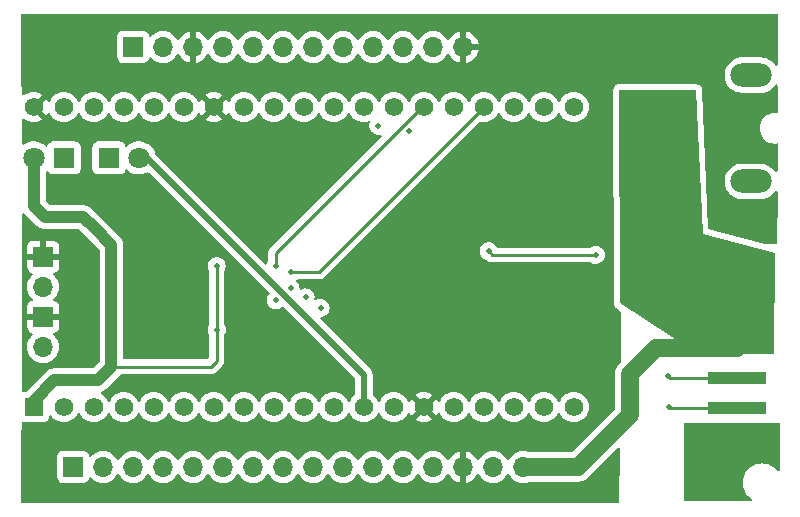
<source format=gbr>
G04 #@! TF.GenerationSoftware,KiCad,Pcbnew,5.99.0-unknown-89dcc4689~104~ubuntu20.04.1*
G04 #@! TF.CreationDate,2020-10-12T19:49:41-07:00*
G04 #@! TF.ProjectId,signal-board,7369676e-616c-42d6-926f-6172642e6b69,rev?*
G04 #@! TF.SameCoordinates,Original*
G04 #@! TF.FileFunction,Copper,L1,Top*
G04 #@! TF.FilePolarity,Positive*
%FSLAX46Y46*%
G04 Gerber Fmt 4.6, Leading zero omitted, Abs format (unit mm)*
G04 Created by KiCad (PCBNEW 5.99.0-unknown-89dcc4689~104~ubuntu20.04.1) date 2020-10-12 19:49:41*
%MOMM*%
%LPD*%
G01*
G04 APERTURE LIST*
G04 #@! TA.AperFunction,ComponentPad*
%ADD10R,1.700000X1.700000*%
G04 #@! TD*
G04 #@! TA.AperFunction,ComponentPad*
%ADD11O,1.700000X1.700000*%
G04 #@! TD*
G04 #@! TA.AperFunction,ComponentPad*
%ADD12R,2.000000X4.000000*%
G04 #@! TD*
G04 #@! TA.AperFunction,ComponentPad*
%ADD13O,2.000000X3.300000*%
G04 #@! TD*
G04 #@! TA.AperFunction,ComponentPad*
%ADD14O,3.500000X2.000000*%
G04 #@! TD*
G04 #@! TA.AperFunction,SMDPad,CuDef*
%ADD15R,5.000000X1.000000*%
G04 #@! TD*
G04 #@! TA.AperFunction,ComponentPad*
%ADD16R,1.560000X1.560000*%
G04 #@! TD*
G04 #@! TA.AperFunction,ComponentPad*
%ADD17C,1.560000*%
G04 #@! TD*
G04 #@! TA.AperFunction,ComponentPad*
%ADD18R,1.800000X1.800000*%
G04 #@! TD*
G04 #@! TA.AperFunction,ComponentPad*
%ADD19C,1.800000*%
G04 #@! TD*
G04 #@! TA.AperFunction,ComponentPad*
%ADD20C,0.600000*%
G04 #@! TD*
G04 #@! TA.AperFunction,SMDPad,CuDef*
%ADD21R,2.300000X2.300000*%
G04 #@! TD*
G04 #@! TA.AperFunction,ViaPad*
%ADD22C,0.508000*%
G04 #@! TD*
G04 #@! TA.AperFunction,Conductor*
%ADD23C,0.500000*%
G04 #@! TD*
G04 #@! TA.AperFunction,Conductor*
%ADD24C,0.254000*%
G04 #@! TD*
G04 #@! TA.AperFunction,Conductor*
%ADD25C,1.000000*%
G04 #@! TD*
G04 #@! TA.AperFunction,Conductor*
%ADD26C,1.500000*%
G04 #@! TD*
G04 APERTURE END LIST*
D10*
G04 #@! TO.P,J4,1,Pin_1*
G04 #@! TO.N,+3V3*
X109220000Y-137160000D03*
D11*
G04 #@! TO.P,J4,2,Pin_2*
G04 #@! TO.N,/en*
X111760000Y-137160000D03*
G04 #@! TO.P,J4,3,Pin_3*
G04 #@! TO.N,/sensor_vp*
X114300000Y-137160000D03*
G04 #@! TO.P,J4,4,Pin_4*
G04 #@! TO.N,/sensor_vn*
X116840000Y-137160000D03*
G04 #@! TO.P,J4,5,Pin_5*
G04 #@! TO.N,/io34*
X119380000Y-137160000D03*
G04 #@! TO.P,J4,6,Pin_6*
G04 #@! TO.N,/io35*
X121920000Y-137160000D03*
G04 #@! TO.P,J4,7,Pin_7*
G04 #@! TO.N,/io25*
X124460000Y-137160000D03*
G04 #@! TO.P,J4,8,Pin_8*
G04 #@! TO.N,/uart_tx*
X127000000Y-137160000D03*
G04 #@! TO.P,J4,9,Pin_9*
G04 #@! TO.N,/uart_rx*
X129540000Y-137160000D03*
G04 #@! TO.P,J4,10,Pin_10*
G04 #@! TO.N,/vspi_mosi*
X132080000Y-137160000D03*
G04 #@! TO.P,J4,11,Pin_11*
G04 #@! TO.N,/vspi_miso*
X134620000Y-137160000D03*
G04 #@! TO.P,J4,12,Pin_12*
G04 #@! TO.N,/vspi_clk*
X137160000Y-137160000D03*
G04 #@! TO.P,J4,13,Pin_13*
G04 #@! TO.N,/vspi_cs*
X139700000Y-137160000D03*
G04 #@! TO.P,J4,14,Pin_14*
G04 #@! TO.N,GND*
X142240000Y-137160000D03*
G04 #@! TO.P,J4,15,Pin_15*
G04 #@! TO.N,+5V*
X144780000Y-137160000D03*
G04 #@! TO.P,J4,16,Pin_16*
G04 #@! TO.N,/3-12v*
X147320000Y-137160000D03*
G04 #@! TD*
D10*
G04 #@! TO.P,J2,1,Pin_1*
G04 #@! TO.N,/i2c_scl*
X114300000Y-101600000D03*
D11*
G04 #@! TO.P,J2,2,Pin_2*
G04 #@! TO.N,/i2c_sda*
X116840000Y-101600000D03*
G04 #@! TO.P,J2,3,Pin_3*
G04 #@! TO.N,GND*
X119380000Y-101600000D03*
G04 #@! TO.P,J2,4,Pin_4*
G04 #@! TO.N,/pixels_8*
X121920000Y-101600000D03*
G04 #@! TO.P,J2,5,Pin_5*
G04 #@! TO.N,/pixels_7*
X124460000Y-101600000D03*
G04 #@! TO.P,J2,6,Pin_6*
G04 #@! TO.N,/pixels_6*
X127000000Y-101600000D03*
G04 #@! TO.P,J2,7,Pin_7*
G04 #@! TO.N,/pixels_5*
X129540000Y-101600000D03*
G04 #@! TO.P,J2,8,Pin_8*
G04 #@! TO.N,/pixels_4*
X132080000Y-101600000D03*
G04 #@! TO.P,J2,9,Pin_9*
G04 #@! TO.N,/pixels_3*
X134620000Y-101600000D03*
G04 #@! TO.P,J2,10,Pin_10*
G04 #@! TO.N,/pixels_2*
X137160000Y-101600000D03*
G04 #@! TO.P,J2,11,Pin_11*
G04 #@! TO.N,/pixels_1*
X139700000Y-101600000D03*
G04 #@! TO.P,J2,12,Pin_12*
G04 #@! TO.N,GND*
X142240000Y-101600000D03*
G04 #@! TD*
D12*
G04 #@! TO.P,J1,1*
G04 #@! TO.N,/3-12v*
X159652200Y-108483400D03*
D13*
G04 #@! TO.P,J1,2*
G04 #@! TO.N,GND*
X165652200Y-108483400D03*
D14*
G04 #@! TO.P,J1,MP*
G04 #@! TO.N,N/C*
X166652200Y-103983400D03*
X166652200Y-112983400D03*
G04 #@! TD*
D15*
G04 #@! TO.P,J3,1,Pin_1*
G04 #@! TO.N,/3-12v*
X165430200Y-127076200D03*
G04 #@! TO.P,J3,2,Pin_2*
G04 #@! TO.N,/pixels_1*
X165430200Y-129616200D03*
G04 #@! TO.P,J3,3,Pin_3*
G04 #@! TO.N,/pixels_2*
X165430200Y-132156200D03*
G04 #@! TO.P,J3,4,Pin_4*
G04 #@! TO.N,GND*
X165430200Y-134696200D03*
G04 #@! TD*
D16*
G04 #@! TO.P,U2,1,3V3*
G04 #@! TO.N,+3V3*
X105890000Y-132100000D03*
D17*
G04 #@! TO.P,U2,2,EN*
G04 #@! TO.N,/en*
X108430000Y-132100000D03*
G04 #@! TO.P,U2,3,SENSOR_VP*
G04 #@! TO.N,/sensor_vp*
X110970000Y-132100000D03*
G04 #@! TO.P,U2,4,SENSOR_VN*
G04 #@! TO.N,/sensor_vn*
X113510000Y-132100000D03*
G04 #@! TO.P,U2,5,IO34*
G04 #@! TO.N,/io34*
X116050000Y-132100000D03*
G04 #@! TO.P,U2,6,IO35*
G04 #@! TO.N,/io35*
X118590000Y-132100000D03*
G04 #@! TO.P,U2,7,IO32*
G04 #@! TO.N,Net-(U2-Pad7)*
X121130000Y-132100000D03*
G04 #@! TO.P,U2,8,IO33*
G04 #@! TO.N,Net-(U2-Pad8)*
X123670000Y-132100000D03*
G04 #@! TO.P,U2,9,IO25*
G04 #@! TO.N,/io25*
X126210000Y-132100000D03*
G04 #@! TO.P,U2,10,IO26*
G04 #@! TO.N,/level_shift_4*
X128750000Y-132100000D03*
G04 #@! TO.P,U2,11,IO27*
G04 #@! TO.N,/level_shift_3*
X131290000Y-132100000D03*
G04 #@! TO.P,U2,12,IO14*
G04 #@! TO.N,/status_led*
X133830000Y-132100000D03*
G04 #@! TO.P,U2,13,IO12*
G04 #@! TO.N,/level_shift_2*
X136370000Y-132100000D03*
G04 #@! TO.P,U2,14,GND1*
G04 #@! TO.N,GND*
X138910000Y-132100000D03*
G04 #@! TO.P,U2,15,IO13*
G04 #@! TO.N,/level_shift_1*
X141450000Y-132100000D03*
G04 #@! TO.P,U2,16,SD2*
G04 #@! TO.N,Net-(U2-Pad16)*
X143990000Y-132100000D03*
G04 #@! TO.P,U2,17,SD3*
G04 #@! TO.N,Net-(U2-Pad17)*
X146530000Y-132100000D03*
G04 #@! TO.P,U2,18,CMD*
G04 #@! TO.N,Net-(U2-Pad18)*
X149070000Y-132100000D03*
G04 #@! TO.P,U2,19,EXT_5V*
G04 #@! TO.N,+5V*
X151610000Y-132100000D03*
G04 #@! TO.P,U2,20,GND3*
G04 #@! TO.N,GND*
X105890000Y-106700000D03*
G04 #@! TO.P,U2,21,IO23*
G04 #@! TO.N,/vspi_mosi*
X108430000Y-106700000D03*
G04 #@! TO.P,U2,22,IO22*
G04 #@! TO.N,/i2c_scl*
X110970000Y-106700000D03*
G04 #@! TO.P,U2,23,TXD0*
G04 #@! TO.N,/uart_tx*
X113510000Y-106700000D03*
G04 #@! TO.P,U2,24,RXD0*
G04 #@! TO.N,/uart_rx*
X116050000Y-106700000D03*
G04 #@! TO.P,U2,25,IO21*
G04 #@! TO.N,/i2c_sda*
X118590000Y-106700000D03*
G04 #@! TO.P,U2,26,GND2*
G04 #@! TO.N,GND*
X121130000Y-106700000D03*
G04 #@! TO.P,U2,27,IO19*
G04 #@! TO.N,/vspi_miso*
X123670000Y-106700000D03*
G04 #@! TO.P,U2,28,IO18*
G04 #@! TO.N,/vspi_clk*
X126210000Y-106700000D03*
G04 #@! TO.P,U2,29,IO5*
G04 #@! TO.N,/vspi_cs*
X128750000Y-106700000D03*
G04 #@! TO.P,U2,30,IO17*
G04 #@! TO.N,/level_shift_8*
X131290000Y-106700000D03*
G04 #@! TO.P,U2,31,IO16*
G04 #@! TO.N,/level_shift_7*
X133830000Y-106700000D03*
G04 #@! TO.P,U2,32,IO4*
G04 #@! TO.N,/level_shift_6*
X136370000Y-106700000D03*
G04 #@! TO.P,U2,33,IO0*
G04 #@! TO.N,/button_2*
X138910000Y-106700000D03*
G04 #@! TO.P,U2,34,IO2*
G04 #@! TO.N,/level_shift_5*
X141450000Y-106700000D03*
G04 #@! TO.P,U2,35,IO15*
G04 #@! TO.N,/button_1*
X143990000Y-106700000D03*
G04 #@! TO.P,U2,36,SD1*
G04 #@! TO.N,Net-(U2-Pad36)*
X146530000Y-106700000D03*
G04 #@! TO.P,U2,37,SD0*
G04 #@! TO.N,Net-(U2-Pad37)*
X149070000Y-106700000D03*
G04 #@! TO.P,U2,38,CLK*
G04 #@! TO.N,Net-(U2-Pad38)*
X151610000Y-106700000D03*
G04 #@! TD*
D18*
G04 #@! TO.P,D2,1,K*
G04 #@! TO.N,Net-(D2-Pad1)*
X112268000Y-110998000D03*
D19*
G04 #@! TO.P,D2,2,A*
G04 #@! TO.N,/status_led*
X114808000Y-110998000D03*
G04 #@! TD*
D18*
G04 #@! TO.P,D1,1,K*
G04 #@! TO.N,Net-(D1-Pad1)*
X108458000Y-110998000D03*
D19*
G04 #@! TO.P,D1,2,A*
G04 #@! TO.N,+3V3*
X105918000Y-110998000D03*
G04 #@! TD*
D10*
G04 #@! TO.P,J5,1,Pin_1*
G04 #@! TO.N,GND*
X106680000Y-124460000D03*
D11*
G04 #@! TO.P,J5,2,Pin_2*
G04 #@! TO.N,Net-(J5-Pad2)*
X106680000Y-127000000D03*
G04 #@! TD*
D20*
G04 #@! TO.P,U1,11,PGND*
G04 #@! TO.N,GND*
X151814000Y-117081500D03*
X151314000Y-116581500D03*
X151314000Y-117581500D03*
X152314000Y-117581500D03*
D21*
X151815000Y-117081500D03*
D20*
X152314000Y-116581500D03*
G04 #@! TD*
D10*
G04 #@! TO.P,J6,1,Pin_1*
G04 #@! TO.N,GND*
X106680000Y-119380000D03*
D11*
G04 #@! TO.P,J6,2,Pin_2*
G04 #@! TO.N,Net-(J6-Pad2)*
X106680000Y-121920000D03*
G04 #@! TD*
D22*
G04 #@! TO.N,GND*
X168148000Y-117312000D03*
X153822400Y-124993400D03*
X154051000Y-108940600D03*
X161544000Y-136192000D03*
X163315400Y-99568000D03*
X109829600Y-120675400D03*
X164592000Y-106172000D03*
X162315400Y-101568000D03*
X163315400Y-101568000D03*
X163648000Y-115062000D03*
X163315400Y-100568000D03*
X165315400Y-101568000D03*
X162315400Y-99568000D03*
X163544000Y-137192000D03*
X162315400Y-100568000D03*
X162544000Y-139192000D03*
X147980400Y-123164600D03*
X117348000Y-124155200D03*
X146558000Y-110744000D03*
X164315400Y-99568000D03*
X165898000Y-116562000D03*
X164544000Y-139192000D03*
X165862000Y-106172000D03*
X150571200Y-123266200D03*
X113588800Y-114147600D03*
X164544000Y-136192000D03*
X164398000Y-115812000D03*
X161544000Y-139192000D03*
X119380000Y-119253000D03*
X163322000Y-106172000D03*
X164398000Y-115062000D03*
X106654600Y-128727200D03*
X163544000Y-136192000D03*
X165544000Y-139192000D03*
X164544000Y-137192000D03*
X113969800Y-125958600D03*
X109829600Y-125857000D03*
X164398000Y-116562000D03*
X138836400Y-116484400D03*
X168148000Y-116562000D03*
X164315400Y-100568000D03*
X164544000Y-138192000D03*
X146888200Y-126619000D03*
X163544000Y-139192000D03*
X162544000Y-138192000D03*
X153746200Y-127558800D03*
X165898000Y-115812000D03*
X161544000Y-134874000D03*
X142494000Y-110744000D03*
X122656600Y-123367800D03*
X166648000Y-116562000D03*
X138785600Y-128524000D03*
X138176000Y-121285000D03*
X165315400Y-99568000D03*
X150622000Y-120116600D03*
X147574000Y-110744000D03*
X163648000Y-116562000D03*
X120523000Y-129641600D03*
X153111200Y-120650000D03*
X152450800Y-120116600D03*
X161544000Y-137192000D03*
X151511000Y-120116600D03*
X166648000Y-115812000D03*
X143383000Y-110744000D03*
X167132000Y-106172000D03*
X162544000Y-136192000D03*
X161315400Y-100568000D03*
X144399000Y-110744000D03*
X166648000Y-117312000D03*
X161315400Y-101568000D03*
X167544000Y-136192000D03*
X167398000Y-116562000D03*
X142621000Y-122936000D03*
X166544000Y-136192000D03*
X165544000Y-138192000D03*
X167398000Y-115812000D03*
X139014200Y-122428000D03*
X165148000Y-116562000D03*
X138176000Y-122428000D03*
X116052600Y-114249200D03*
X115189000Y-117602000D03*
X167398000Y-117312000D03*
X165898000Y-115062000D03*
X165148000Y-115062000D03*
X150114000Y-127076200D03*
X167398000Y-115062000D03*
X107162600Y-114071400D03*
X106730800Y-117576600D03*
X165315400Y-100568000D03*
X144983200Y-124764800D03*
X166648000Y-115062000D03*
X139014200Y-121285000D03*
X168148000Y-115062000D03*
X113919000Y-120599200D03*
X135280400Y-119938800D03*
X153873200Y-122377200D03*
X145415000Y-110744000D03*
X164315400Y-101568000D03*
X162544000Y-137192000D03*
X119253000Y-118059200D03*
X163648000Y-115812000D03*
X161315400Y-99568000D03*
X161544000Y-138192000D03*
X125349000Y-127381000D03*
X168148000Y-115812000D03*
X165544000Y-136192000D03*
X163544000Y-138192000D03*
X165544000Y-137192000D03*
X144221200Y-129844800D03*
X150342600Y-109016800D03*
X165148000Y-115812000D03*
X138607800Y-114223800D03*
X119253000Y-125476000D03*
G04 #@! TO.N,+3V3*
X121398000Y-125531000D03*
X121384200Y-120165000D03*
G04 #@! TO.N,/3-12v*
X157988000Y-119888000D03*
X161258000Y-106744000D03*
X158083000Y-110718600D03*
X161258000Y-110744000D03*
X157988000Y-123698000D03*
X161258000Y-107744000D03*
X157988000Y-124333000D03*
X157988000Y-119253000D03*
X158083000Y-109718600D03*
X161258000Y-109744000D03*
X157988000Y-120523000D03*
X159149800Y-105714800D03*
X157988000Y-121793000D03*
X157988000Y-121158000D03*
X160191200Y-105714800D03*
X161258000Y-108744000D03*
X157988000Y-122428000D03*
X161258000Y-105744000D03*
X158083000Y-107718600D03*
X158083000Y-106718600D03*
X158083000Y-105718600D03*
X158083000Y-108718600D03*
X157988000Y-123063000D03*
G04 #@! TO.N,/button_2*
X126365000Y-120142000D03*
G04 #@! TO.N,/button_1*
X127635000Y-120650000D03*
G04 #@! TO.N,/pixels_2*
X135051800Y-108280200D03*
X159664400Y-132130800D03*
G04 #@! TO.N,/pixels_1*
X137668000Y-108712000D03*
X159562800Y-129489200D03*
G04 #@! TO.N,/level_shift_5*
X130175000Y-123698000D03*
G04 #@! TO.N,/level_shift_6*
X128905000Y-122809000D03*
G04 #@! TO.N,/level_shift_7*
X127635000Y-122047000D03*
G04 #@! TO.N,/level_shift_8*
X126365000Y-123063000D03*
G04 #@! TO.N,Net-(R3-Pad2)*
X144399000Y-118897400D03*
X153492200Y-119227600D03*
G04 #@! TD*
D23*
G04 #@! TO.N,GND*
X165430200Y-134696200D02*
X163906200Y-134696200D01*
X165430200Y-134696200D02*
X165227000Y-134696200D01*
X165227000Y-134696200D02*
X165455600Y-134924800D01*
G04 #@! TO.N,+3V3*
X105918000Y-110998000D02*
X105918000Y-112776000D01*
D24*
X121398000Y-128157000D02*
X120878600Y-128676400D01*
D25*
X112471200Y-118389400D02*
X111036100Y-116954300D01*
X112471200Y-123317000D02*
X112471200Y-118389400D01*
D24*
X120878600Y-128676400D02*
X112471200Y-128676400D01*
D25*
X105890000Y-132100000D02*
X105890000Y-131574600D01*
D24*
X121381800Y-123317000D02*
X121384200Y-123314600D01*
D25*
X105918000Y-115087400D02*
X105918000Y-110998000D01*
X107645200Y-129819400D02*
X111328200Y-129819400D01*
X111328200Y-129819400D02*
X112471200Y-128676400D01*
D24*
X121384200Y-123314600D02*
X121384200Y-125499000D01*
D25*
X106832400Y-116001800D02*
X105918000Y-115087400D01*
X111036100Y-116954300D02*
X110083600Y-116001800D01*
X105890000Y-131574600D02*
X107645200Y-129819400D01*
X110083600Y-116001800D02*
X106832400Y-116001800D01*
X112471200Y-128676400D02*
X112471200Y-123317000D01*
D24*
X121398000Y-125531000D02*
X121398000Y-128157000D01*
X121384200Y-120165000D02*
X121384200Y-123314600D01*
D26*
G04 #@! TO.N,/3-12v*
X158572200Y-127076200D02*
X165430200Y-127076200D01*
X156362400Y-129286000D02*
X158572200Y-127076200D01*
X147320000Y-137160000D02*
X151968200Y-137160000D01*
X151968200Y-137160000D02*
X156362400Y-132765800D01*
X156362400Y-132765800D02*
X156362400Y-129286000D01*
D24*
G04 #@! TO.N,/button_2*
X138910000Y-106700000D02*
X138740198Y-106700000D01*
X126365000Y-119075198D02*
X126365000Y-120142000D01*
X138740198Y-106700000D02*
X126365000Y-119075198D01*
G04 #@! TO.N,/button_1*
X143990000Y-106700000D02*
X130040000Y-120650000D01*
X130040000Y-120650000D02*
X127635000Y-120650000D01*
G04 #@! TO.N,/pixels_2*
X159689800Y-132156200D02*
X159664400Y-132130800D01*
X165430200Y-132156200D02*
X159689800Y-132156200D01*
G04 #@! TO.N,/pixels_1*
X165430200Y-129616200D02*
X159689800Y-129616200D01*
X159689800Y-129616200D02*
X159562800Y-129489200D01*
D23*
G04 #@! TO.N,/status_led*
X115464158Y-110998000D02*
X114808000Y-110998000D01*
X133830000Y-132100000D02*
X133830000Y-130528000D01*
X133830000Y-129363842D02*
X115464158Y-110998000D01*
X133830000Y-130528000D02*
X133830000Y-129363842D01*
D24*
G04 #@! TO.N,/io35*
X118590000Y-132100000D02*
X118590000Y-132240000D01*
G04 #@! TO.N,Net-(R3-Pad2)*
X153492200Y-119227600D02*
X144703800Y-119227600D01*
X153466800Y-119253000D02*
X153492200Y-119227600D01*
X144703800Y-119227600D02*
X144399000Y-118922800D01*
X144399000Y-118922800D02*
X144399000Y-118897400D01*
G04 #@! TD*
G04 #@! TA.AperFunction,Conductor*
G04 #@! TO.N,GND*
G36*
X168879008Y-103080660D02*
G01*
X168859236Y-103147674D01*
X168806373Y-103193360D01*
X168737201Y-103203214D01*
X168655847Y-103154951D01*
X168527636Y-102984191D01*
X168349327Y-102813795D01*
X168145581Y-102674809D01*
X167921874Y-102570968D01*
X167684210Y-102505058D01*
X167481554Y-102483400D01*
X165841383Y-102483400D01*
X165656393Y-102498609D01*
X165417189Y-102558693D01*
X165191011Y-102657038D01*
X164983932Y-102791004D01*
X164801509Y-102956995D01*
X164648654Y-103150546D01*
X164529457Y-103366471D01*
X164447130Y-103598954D01*
X164403879Y-103841767D01*
X164400866Y-104088386D01*
X164407922Y-104134494D01*
X164438172Y-104332181D01*
X164514796Y-104566613D01*
X164628679Y-104785379D01*
X164776765Y-104982610D01*
X164955073Y-105153005D01*
X165158819Y-105291991D01*
X165382526Y-105395832D01*
X165620190Y-105461742D01*
X165822846Y-105483400D01*
X167463017Y-105483400D01*
X167648007Y-105468191D01*
X167887211Y-105408107D01*
X168113389Y-105309762D01*
X168320468Y-105175796D01*
X168502887Y-105009808D01*
X168655339Y-104816770D01*
X168712335Y-104776360D01*
X168782132Y-104773179D01*
X168842569Y-104808238D01*
X168876650Y-104893784D01*
X168873654Y-107197775D01*
X168652199Y-107178400D01*
X168425591Y-107198225D01*
X168205864Y-107257101D01*
X167999700Y-107353237D01*
X167813362Y-107483712D01*
X167652512Y-107644562D01*
X167522037Y-107830900D01*
X167425901Y-108037064D01*
X167367025Y-108256791D01*
X167347199Y-108483400D01*
X167367025Y-108710009D01*
X167425901Y-108929736D01*
X167522037Y-109135900D01*
X167652512Y-109322238D01*
X167813362Y-109483088D01*
X167999700Y-109613563D01*
X168205864Y-109709699D01*
X168425591Y-109768575D01*
X168652200Y-109788401D01*
X168870310Y-109769319D01*
X168867325Y-112065099D01*
X168847553Y-112132113D01*
X168794690Y-112177799D01*
X168725518Y-112187653D01*
X168644164Y-112139390D01*
X168527635Y-111984190D01*
X168349327Y-111813795D01*
X168145581Y-111674809D01*
X167921874Y-111570968D01*
X167684210Y-111505058D01*
X167481554Y-111483400D01*
X165841383Y-111483400D01*
X165656393Y-111498609D01*
X165417189Y-111558693D01*
X165191011Y-111657038D01*
X164983932Y-111791004D01*
X164801509Y-111956995D01*
X164648654Y-112150546D01*
X164529457Y-112366471D01*
X164447130Y-112598954D01*
X164403879Y-112841767D01*
X164400866Y-113088383D01*
X164438172Y-113332181D01*
X164514796Y-113566613D01*
X164628678Y-113785378D01*
X164651861Y-113816254D01*
X164776764Y-113982609D01*
X164955073Y-114153005D01*
X165158819Y-114291991D01*
X165382526Y-114395832D01*
X165620190Y-114461742D01*
X165822846Y-114483400D01*
X167463017Y-114483400D01*
X167648007Y-114468191D01*
X167887211Y-114408107D01*
X168113389Y-114309762D01*
X168320468Y-114175796D01*
X168502887Y-114009808D01*
X168643616Y-113831614D01*
X168700612Y-113791204D01*
X168770409Y-113788023D01*
X168830846Y-113823082D01*
X168864927Y-113908628D01*
X168859200Y-118313200D01*
X167898330Y-118313200D01*
X167805219Y-118289246D01*
X163017897Y-117057653D01*
X162500690Y-105260424D01*
X162500624Y-105258988D01*
X162500520Y-105256922D01*
X162500404Y-105254797D01*
X162500399Y-105254696D01*
X162500346Y-105253778D01*
X162500209Y-105251531D01*
X162500149Y-105250585D01*
X162500010Y-105248527D01*
X162499877Y-105246646D01*
X162499791Y-105245490D01*
X162499674Y-105243967D01*
X162499538Y-105242261D01*
X162499380Y-105240383D01*
X162499310Y-105239561D01*
X162499254Y-105238922D01*
X162499045Y-105236628D01*
X162498867Y-105234751D01*
X162498744Y-105233501D01*
X162498559Y-105231676D01*
X162498420Y-105230348D01*
X162498234Y-105228619D01*
X162498012Y-105226628D01*
X162497869Y-105225380D01*
X162497670Y-105223689D01*
X162497425Y-105221676D01*
X162497264Y-105220390D01*
X162497106Y-105219143D01*
X162496861Y-105217274D01*
X162496548Y-105214948D01*
X162496343Y-105213473D01*
X162496086Y-105211673D01*
X162495828Y-105209900D01*
X162495429Y-105207249D01*
X162495151Y-105205460D01*
X162494954Y-105204218D01*
X162494733Y-105202840D01*
X162494553Y-105201738D01*
X162494235Y-105199830D01*
X162494030Y-105198626D01*
X162493969Y-105198277D01*
X162493818Y-105197401D01*
X162493492Y-105195544D01*
X162493235Y-105194110D01*
X162493159Y-105193689D01*
X162492819Y-105191835D01*
X162492588Y-105190600D01*
X162492459Y-105189911D01*
X162492043Y-105187743D01*
X162491632Y-105185656D01*
X162491510Y-105185036D01*
X162491139Y-105183201D01*
X162490869Y-105181884D01*
X162490512Y-105180170D01*
X162490502Y-105180124D01*
X162490079Y-105178128D01*
X162489756Y-105176632D01*
X162489178Y-105174013D01*
X162488593Y-105171425D01*
X162488193Y-105169696D01*
X162487907Y-105168472D01*
X162487325Y-105166027D01*
X162486732Y-105163586D01*
X162486277Y-105161755D01*
X162485817Y-105159928D01*
X162485506Y-105158710D01*
X162484999Y-105156750D01*
X162484394Y-105154455D01*
X162483906Y-105152634D01*
X162483215Y-105150102D01*
X162482887Y-105148918D01*
X162482572Y-105147790D01*
X162482058Y-105145974D01*
X162481538Y-105144162D01*
X162480982Y-105142252D01*
X162480873Y-105141882D01*
X162480633Y-105141070D01*
X162479893Y-105138590D01*
X162479575Y-105137541D01*
X162478801Y-105135023D01*
X162478446Y-105133881D01*
X162477897Y-105132135D01*
X162477516Y-105130938D01*
X162477325Y-105130339D01*
X162476736Y-105128515D01*
X162476160Y-105126754D01*
X162475568Y-105124964D01*
X162475169Y-105123773D01*
X162474969Y-105123177D01*
X162474363Y-105121392D01*
X162473750Y-105119610D01*
X162473121Y-105117801D01*
X162472714Y-105116644D01*
X162472295Y-105115459D01*
X162471707Y-105113813D01*
X162471706Y-105113813D01*
X162471660Y-105113684D01*
X162471026Y-105111935D01*
X162470608Y-105110792D01*
X162470256Y-105109834D01*
X162469715Y-105108375D01*
X162469495Y-105107786D01*
X162468794Y-105105923D01*
X162468472Y-105105073D01*
X162467710Y-105103087D01*
X162467028Y-105101330D01*
X162466800Y-105100744D01*
X162465777Y-105098151D01*
X162464741Y-105095569D01*
X162464290Y-105094457D01*
X162463760Y-105093163D01*
X162463282Y-105092001D01*
X162462616Y-105090398D01*
X162461828Y-105088522D01*
X162461338Y-105087365D01*
X162460798Y-105086099D01*
X162460110Y-105084500D01*
X162459135Y-105082262D01*
X162459134Y-105082262D01*
X162459096Y-105082174D01*
X162458336Y-105080449D01*
X162457513Y-105078601D01*
X162456572Y-105076515D01*
X162456262Y-105075830D01*
X162455661Y-105074519D01*
X162455230Y-105073579D01*
X162454437Y-105071869D01*
X162453638Y-105070162D01*
X162453101Y-105069025D01*
X162452271Y-105067280D01*
X162451202Y-105065059D01*
X162450377Y-105063364D01*
X162449501Y-105061581D01*
X162448708Y-105059983D01*
X162447823Y-105058216D01*
X162447096Y-105056776D01*
X162446210Y-105055040D01*
X162445483Y-105053625D01*
X162444680Y-105052076D01*
X162444071Y-105050910D01*
X162443196Y-105049249D01*
X162442750Y-105048407D01*
X162441780Y-105046590D01*
X162440605Y-105044411D01*
X162439150Y-105041753D01*
X162438075Y-105039811D01*
X162437533Y-105038842D01*
X162436939Y-105037782D01*
X162435893Y-105035932D01*
X162434823Y-105034059D01*
X162433822Y-105032324D01*
X162432716Y-105030425D01*
X162431600Y-105028528D01*
X162430638Y-105026907D01*
X162429312Y-105024696D01*
X162427714Y-105022067D01*
X162426973Y-105020859D01*
X162426066Y-105019392D01*
X162424979Y-105017648D01*
X162423845Y-105015845D01*
X162422720Y-105014074D01*
X162421761Y-105012576D01*
X162420916Y-105011267D01*
X162419995Y-105009850D01*
X162419307Y-105008799D01*
X162418233Y-105007166D01*
X162417613Y-105006233D01*
X162416530Y-105004609D01*
X162415477Y-105003046D01*
X162414763Y-105001992D01*
X162414063Y-105000964D01*
X162413312Y-104999868D01*
X162412642Y-104998895D01*
X162411506Y-104997256D01*
X162410816Y-104996268D01*
X162409765Y-104994773D01*
X162408585Y-104993108D01*
X162408002Y-104992290D01*
X162407142Y-104991091D01*
X162407143Y-104991090D01*
X162406111Y-104989662D01*
X162405280Y-104988518D01*
X162404260Y-104987124D01*
X162403515Y-104986112D01*
X162403141Y-104985606D01*
X162402507Y-104984750D01*
X162401619Y-104983559D01*
X162400510Y-104982082D01*
X162399373Y-104980579D01*
X162398230Y-104979080D01*
X162397055Y-104977551D01*
X162396281Y-104976551D01*
X162395541Y-104975599D01*
X162394767Y-104974609D01*
X162393602Y-104973128D01*
X162392847Y-104972173D01*
X162391593Y-104970601D01*
X162390861Y-104969688D01*
X162389677Y-104968221D01*
X162388885Y-104967246D01*
X162387691Y-104965787D01*
X162386537Y-104964384D01*
X162386536Y-104964385D01*
X162386493Y-104964332D01*
X162385691Y-104963364D01*
X162384350Y-104961758D01*
X162383366Y-104960588D01*
X162382458Y-104959515D01*
X162381644Y-104958558D01*
X162381236Y-104958080D01*
X162380207Y-104956881D01*
X162379677Y-104956265D01*
X162378727Y-104955168D01*
X162377513Y-104953776D01*
X162376636Y-104952775D01*
X162375397Y-104951373D01*
X162374662Y-104950544D01*
X162373370Y-104949100D01*
X162371774Y-104947328D01*
X162370378Y-104945794D01*
X162369486Y-104944820D01*
X162367547Y-104942720D01*
X162366929Y-104942056D01*
X162366031Y-104941095D01*
X162364954Y-104939950D01*
X162363566Y-104938484D01*
X162362699Y-104937575D01*
X162361394Y-104936214D01*
X162360521Y-104935310D01*
X162359646Y-104934408D01*
X162358769Y-104933508D01*
X162357880Y-104932601D01*
X162356615Y-104931318D01*
X162356124Y-104930822D01*
X162354720Y-104929413D01*
X162353408Y-104928106D01*
X162352588Y-104927295D01*
X162351670Y-104926390D01*
X162350601Y-104925341D01*
X162349365Y-104924139D01*
X162348520Y-104923321D01*
X162347615Y-104922449D01*
X162346349Y-104921237D01*
X162345331Y-104920268D01*
X162343973Y-104918985D01*
X162342598Y-104917695D01*
X162341559Y-104916727D01*
X162340182Y-104915452D01*
X162339274Y-104914617D01*
X162337981Y-104913434D01*
X162337205Y-104912728D01*
X162335664Y-104911336D01*
X162334717Y-104910486D01*
X162333310Y-104909231D01*
X162331972Y-104908046D01*
X162330009Y-104906324D01*
X162328563Y-104905067D01*
X162328104Y-104904669D01*
X162327160Y-104903856D01*
X162326206Y-104903038D01*
X162324671Y-104901730D01*
X162323723Y-104900927D01*
X162322521Y-104899916D01*
X162321406Y-104898984D01*
X162320440Y-104898180D01*
X162318987Y-104896980D01*
X162317529Y-104895784D01*
X162316555Y-104894991D01*
X162315090Y-104893804D01*
X162314524Y-104893349D01*
X162313310Y-104892375D01*
X162311244Y-104890734D01*
X162310700Y-104890304D01*
X162309577Y-104889422D01*
X162308195Y-104888343D01*
X162306705Y-104887188D01*
X162305210Y-104886039D01*
X162303712Y-104884896D01*
X162302209Y-104883758D01*
X162300133Y-104882201D01*
X162299278Y-104881565D01*
X162297324Y-104880121D01*
X162295601Y-104878861D01*
X162294121Y-104877787D01*
X162292632Y-104876715D01*
X162291246Y-104875724D01*
X162291058Y-104875590D01*
X162289570Y-104874536D01*
X162287495Y-104873078D01*
X162285915Y-104871980D01*
X162284364Y-104870910D01*
X162283327Y-104870199D01*
X162282289Y-104869492D01*
X162281073Y-104868667D01*
X162280314Y-104868156D01*
X162278640Y-104867035D01*
X162277020Y-104865959D01*
X162275496Y-104864955D01*
X162274445Y-104864267D01*
X162272807Y-104863203D01*
X162271310Y-104862238D01*
X162270273Y-104861574D01*
X162269161Y-104860866D01*
X162268100Y-104860194D01*
X162266375Y-104859110D01*
X162265438Y-104858526D01*
X162264370Y-104857863D01*
X162263321Y-104857215D01*
X162261694Y-104856218D01*
X162260136Y-104855271D01*
X162259138Y-104854668D01*
X162257390Y-104853621D01*
X162256324Y-104852986D01*
X162255229Y-104852338D01*
X162254100Y-104851674D01*
X162252518Y-104850751D01*
X162251431Y-104850120D01*
X162249797Y-104849180D01*
X162247994Y-104848152D01*
X162245886Y-104846962D01*
X162244326Y-104846091D01*
X162243642Y-104845710D01*
X162242127Y-104844874D01*
X162240478Y-104843971D01*
X162238334Y-104842810D01*
X162237828Y-104842537D01*
X162236559Y-104841858D01*
X162235353Y-104841217D01*
X162233916Y-104840458D01*
X162232156Y-104839537D01*
X162230482Y-104838669D01*
X162228805Y-104837808D01*
X162227160Y-104836970D01*
X162225444Y-104836106D01*
X162224881Y-104835823D01*
X162223261Y-104835016D01*
X162221573Y-104834184D01*
X162219809Y-104833322D01*
X162218111Y-104832500D01*
X162215845Y-104831417D01*
X162215762Y-104831377D01*
X162214203Y-104830640D01*
X162213434Y-104830278D01*
X162211920Y-104829572D01*
X162210260Y-104828804D01*
X162208696Y-104828088D01*
X162207258Y-104827434D01*
X162205697Y-104826731D01*
X162203845Y-104825905D01*
X162202130Y-104825149D01*
X162200477Y-104824427D01*
X162198498Y-104823572D01*
X162196319Y-104822643D01*
X162195565Y-104822325D01*
X162194624Y-104821928D01*
X162192201Y-104820919D01*
X162191191Y-104820503D01*
X162189521Y-104819820D01*
X162187649Y-104819064D01*
X162186483Y-104818597D01*
X162185802Y-104818325D01*
X162184146Y-104817671D01*
X162182391Y-104816985D01*
X162180632Y-104816305D01*
X162180046Y-104816080D01*
X162178284Y-104815409D01*
X162177094Y-104814960D01*
X162174714Y-104814072D01*
X162172985Y-104813436D01*
X162171213Y-104812792D01*
X162168835Y-104811938D01*
X162167071Y-104811315D01*
X162165341Y-104810710D01*
X162164073Y-104810271D01*
X162162321Y-104809671D01*
X162160852Y-104809174D01*
X162159939Y-104808867D01*
X162158151Y-104808272D01*
X162156957Y-104807879D01*
X162155165Y-104807295D01*
X162153969Y-104806910D01*
X162152772Y-104806528D01*
X162152651Y-104806490D01*
X162152247Y-104806360D01*
X162150484Y-104805806D01*
X162149192Y-104805403D01*
X162147298Y-104804821D01*
X162145570Y-104804296D01*
X162143764Y-104803755D01*
X162141956Y-104803221D01*
X162140147Y-104802694D01*
X162138271Y-104802156D01*
X162137126Y-104801830D01*
X162135369Y-104801337D01*
X162134769Y-104801170D01*
X162132888Y-104800653D01*
X162131676Y-104800324D01*
X162131069Y-104800160D01*
X162128873Y-104799575D01*
X162126294Y-104798901D01*
X162124590Y-104798464D01*
X162124382Y-104798411D01*
X162122555Y-104797950D01*
X162120725Y-104797496D01*
X162118894Y-104797049D01*
X162117061Y-104796609D01*
X162115449Y-104796228D01*
X162113798Y-104795843D01*
X162112778Y-104795609D01*
X162111553Y-104795330D01*
X162109699Y-104794913D01*
X162108487Y-104794646D01*
X162106511Y-104794216D01*
X162105416Y-104793982D01*
X162104187Y-104793721D01*
X162102313Y-104793329D01*
X162099954Y-104792848D01*
X162097414Y-104792344D01*
X162095564Y-104791985D01*
X162093712Y-104791633D01*
X162092305Y-104791370D01*
X162090623Y-104791061D01*
X162089386Y-104790838D01*
X162087530Y-104790509D01*
X162085641Y-104790181D01*
X162082642Y-104789677D01*
X162081334Y-104789463D01*
X162080094Y-104789263D01*
X162077769Y-104788897D01*
X162074957Y-104788470D01*
X162073193Y-104788210D01*
X162072717Y-104788141D01*
X162070749Y-104787860D01*
X162070151Y-104787777D01*
X162068907Y-104787605D01*
X162066416Y-104787271D01*
X162064438Y-104787015D01*
X162063300Y-104786871D01*
X162060805Y-104786565D01*
X162058933Y-104786344D01*
X162057685Y-104786201D01*
X162055855Y-104785995D01*
X162053937Y-104785789D01*
X162052687Y-104785658D01*
X162050614Y-104785447D01*
X162048311Y-104785224D01*
X162046434Y-104785050D01*
X162044598Y-104784886D01*
X162042883Y-104784740D01*
X162042678Y-104784723D01*
X162040799Y-104784571D01*
X162039574Y-104784475D01*
X162038293Y-104784378D01*
X162036875Y-104784274D01*
X162034600Y-104784116D01*
X162032652Y-104783990D01*
X162031398Y-104783913D01*
X162030143Y-104783838D01*
X162028889Y-104783767D01*
X162026441Y-104783637D01*
X162024496Y-104783543D01*
X162023241Y-104783486D01*
X162021358Y-104783406D01*
X162019142Y-104783322D01*
X162018763Y-104783308D01*
X162017590Y-104783269D01*
X162015641Y-104783208D01*
X162013822Y-104783159D01*
X162011937Y-104783115D01*
X162010053Y-104783078D01*
X162008796Y-104783058D01*
X162006912Y-104783033D01*
X162005655Y-104783020D01*
X162004398Y-104783010D01*
X162003142Y-104783004D01*
X155462158Y-104757602D01*
X155460110Y-104757600D01*
X155458608Y-104757604D01*
X155458389Y-104757605D01*
X155455923Y-104757622D01*
X155453814Y-104757647D01*
X155452843Y-104757661D01*
X155450682Y-104757700D01*
X155449593Y-104757723D01*
X155447709Y-104757769D01*
X155445824Y-104757821D01*
X155444568Y-104757860D01*
X155442911Y-104757917D01*
X155442057Y-104757948D01*
X155440677Y-104758001D01*
X155439668Y-104758042D01*
X155438918Y-104758075D01*
X155437662Y-104758131D01*
X155435051Y-104758258D01*
X155434543Y-104758285D01*
X155433270Y-104758353D01*
X155432642Y-104758388D01*
X155430760Y-104758497D01*
X155429379Y-104758582D01*
X155426998Y-104758737D01*
X155426870Y-104758745D01*
X155425170Y-104758864D01*
X155422701Y-104759046D01*
X155420763Y-104759197D01*
X155418339Y-104759397D01*
X155416975Y-104759516D01*
X155415724Y-104759627D01*
X155414277Y-104759760D01*
X155413221Y-104759859D01*
X155412050Y-104759972D01*
X155410681Y-104760107D01*
X155408845Y-104760296D01*
X155406866Y-104760506D01*
X155405097Y-104760701D01*
X155403224Y-104760914D01*
X155401485Y-104761119D01*
X155401352Y-104761135D01*
X155400039Y-104761293D01*
X155398234Y-104761517D01*
X155396415Y-104761749D01*
X155393384Y-104762152D01*
X155393250Y-104762170D01*
X155391174Y-104762457D01*
X155389454Y-104762702D01*
X155388273Y-104762874D01*
X155387029Y-104763057D01*
X155385166Y-104763338D01*
X155383924Y-104763530D01*
X155382111Y-104763815D01*
X155380821Y-104764022D01*
X155379158Y-104764294D01*
X155377712Y-104764535D01*
X155377145Y-104764630D01*
X155375244Y-104764957D01*
X155373387Y-104765283D01*
X155371497Y-104765621D01*
X155369102Y-104766062D01*
X155368442Y-104766185D01*
X155365973Y-104766655D01*
X155363515Y-104767135D01*
X155361043Y-104767632D01*
X155359196Y-104768011D01*
X155357966Y-104768268D01*
X155355970Y-104768691D01*
X155354886Y-104768924D01*
X155352439Y-104769461D01*
X155350599Y-104769873D01*
X155348655Y-104770315D01*
X155347537Y-104770574D01*
X155345090Y-104771149D01*
X155343257Y-104771588D01*
X155342036Y-104771885D01*
X155340313Y-104772309D01*
X155338617Y-104772733D01*
X155336551Y-104773258D01*
X155334725Y-104773730D01*
X155333638Y-104774014D01*
X155332433Y-104774332D01*
X155329735Y-104775057D01*
X155329261Y-104775185D01*
X155327593Y-104775642D01*
X155325628Y-104776190D01*
X155324418Y-104776531D01*
X155322606Y-104777048D01*
X155320686Y-104777603D01*
X155317782Y-104778461D01*
X155315976Y-104779003D01*
X155314668Y-104779400D01*
X155312972Y-104779922D01*
X155311172Y-104780482D01*
X155309974Y-104780859D01*
X155308297Y-104781392D01*
X155306383Y-104782009D01*
X155303995Y-104782791D01*
X155302802Y-104783186D01*
X155301170Y-104783733D01*
X155300419Y-104783986D01*
X155299711Y-104784226D01*
X155299230Y-104784390D01*
X155298041Y-104784798D01*
X155296310Y-104785396D01*
X155295073Y-104785829D01*
X155293296Y-104786457D01*
X155291521Y-104787091D01*
X155289701Y-104787749D01*
X155288057Y-104788350D01*
X155286191Y-104789042D01*
X155285700Y-104789224D01*
X155283857Y-104789918D01*
X155283270Y-104790140D01*
X155280922Y-104791038D01*
X155279092Y-104791747D01*
X155277294Y-104792452D01*
X155275710Y-104793080D01*
X155275074Y-104793334D01*
X155273325Y-104794037D01*
X155272160Y-104794509D01*
X155269684Y-104795525D01*
X155268674Y-104795944D01*
X155266935Y-104796671D01*
X155265054Y-104797466D01*
X155262995Y-104798348D01*
X155261635Y-104798935D01*
X155260522Y-104799420D01*
X155258973Y-104800099D01*
X155257707Y-104800660D01*
X155255990Y-104801427D01*
X155255413Y-104801686D01*
X155253696Y-104802463D01*
X155251982Y-104803247D01*
X155250805Y-104803789D01*
X155249263Y-104804505D01*
X155247424Y-104805368D01*
X155245555Y-104806254D01*
X155244021Y-104806989D01*
X155242242Y-104807848D01*
X155241363Y-104808276D01*
X155239502Y-104809190D01*
X155238376Y-104809748D01*
X155237707Y-104810080D01*
X155236125Y-104810872D01*
X155235005Y-104811437D01*
X155234017Y-104811938D01*
X155233201Y-104812354D01*
X155232206Y-104812863D01*
X155230610Y-104813687D01*
X155228816Y-104814622D01*
X155227355Y-104815389D01*
X155225048Y-104816614D01*
X155223286Y-104817560D01*
X155222209Y-104818143D01*
X155220417Y-104819120D01*
X155219449Y-104819652D01*
X155217800Y-104820565D01*
X155217251Y-104820870D01*
X155215606Y-104821791D01*
X155213857Y-104822779D01*
X155211782Y-104823964D01*
X155210207Y-104824872D01*
X155207436Y-104826488D01*
X155205831Y-104827434D01*
X155204192Y-104828410D01*
X155202442Y-104829461D01*
X155201501Y-104830030D01*
X155200427Y-104830683D01*
X155198819Y-104831667D01*
X155197750Y-104832327D01*
X155196005Y-104833410D01*
X155195083Y-104833987D01*
X155192957Y-104835328D01*
X155191198Y-104836448D01*
X155190159Y-104837115D01*
X155188788Y-104838000D01*
X155188101Y-104838446D01*
X155186566Y-104839448D01*
X155185107Y-104840409D01*
X155184550Y-104840777D01*
X155182947Y-104841843D01*
X155181387Y-104842890D01*
X155179825Y-104843946D01*
X155179659Y-104844060D01*
X155178786Y-104844654D01*
X155177155Y-104845771D01*
X155176299Y-104846362D01*
X155174649Y-104847508D01*
X155173620Y-104848229D01*
X155172592Y-104848951D01*
X155171202Y-104849935D01*
X155170660Y-104850320D01*
X155169008Y-104851502D01*
X155168498Y-104851868D01*
X155166349Y-104853424D01*
X155165084Y-104854348D01*
X155163423Y-104855572D01*
X155162413Y-104856321D01*
X155161909Y-104856696D01*
X155160251Y-104857937D01*
X155158844Y-104858998D01*
X155156396Y-104860864D01*
X155154759Y-104862125D01*
X155152918Y-104863556D01*
X155152423Y-104863943D01*
X155150754Y-104865255D01*
X155148414Y-104867115D01*
X155146895Y-104868335D01*
X155145933Y-104869113D01*
X155144507Y-104870273D01*
X155144085Y-104870618D01*
X155142628Y-104871815D01*
X155141241Y-104872963D01*
X155140190Y-104873838D01*
X155139681Y-104874263D01*
X155137718Y-104875916D01*
X155137377Y-104876204D01*
X155136386Y-104877046D01*
X155134460Y-104878697D01*
X155132945Y-104880007D01*
X155132086Y-104880755D01*
X155131139Y-104881582D01*
X155130195Y-104882411D01*
X155128783Y-104883660D01*
X155127845Y-104884495D01*
X155126908Y-104885333D01*
X155126116Y-104886043D01*
X155124490Y-104887515D01*
X155123260Y-104888635D01*
X155121794Y-104889982D01*
X155120947Y-104890764D01*
X155119430Y-104892175D01*
X155119152Y-104892435D01*
X155117201Y-104894270D01*
X155115834Y-104895567D01*
X155114818Y-104896537D01*
X155113502Y-104897803D01*
X155112621Y-104898656D01*
X155111298Y-104899943D01*
X155110414Y-104900809D01*
X155109519Y-104901690D01*
X155108179Y-104903017D01*
X155106843Y-104904349D01*
X155105074Y-104906131D01*
X155103312Y-104907923D01*
X155101996Y-104909273D01*
X155100685Y-104910628D01*
X155099380Y-104911988D01*
X155098946Y-104912442D01*
X155097647Y-104913808D01*
X155096262Y-104915277D01*
X155094637Y-104917015D01*
X155093782Y-104917936D01*
X155092930Y-104918859D01*
X155091301Y-104920636D01*
X155090118Y-104921938D01*
X155089122Y-104923040D01*
X155087864Y-104924444D01*
X155087445Y-104924912D01*
X155085732Y-104926845D01*
X155084948Y-104927736D01*
X155084034Y-104928779D01*
X155082812Y-104930184D01*
X155081201Y-104932054D01*
X155080530Y-104932837D01*
X155079116Y-104934499D01*
X155078721Y-104934966D01*
X155077583Y-104936319D01*
X155076077Y-104938123D01*
X155074772Y-104939701D01*
X155073576Y-104941159D01*
X155072386Y-104942620D01*
X155071201Y-104944086D01*
X155070022Y-104945557D01*
X155069198Y-104946592D01*
X155068069Y-104948018D01*
X155066996Y-104949383D01*
X155065361Y-104951484D01*
X155064545Y-104952541D01*
X155064088Y-104953135D01*
X155063091Y-104954437D01*
X155061924Y-104955974D01*
X155060413Y-104957983D01*
X155060037Y-104958486D01*
X155058912Y-104959998D01*
X155057473Y-104961952D01*
X155056772Y-104962909D01*
X155055941Y-104964053D01*
X155055204Y-104965071D01*
X155055151Y-104965143D01*
X155054471Y-104966091D01*
X155053374Y-104967624D01*
X155052950Y-104968221D01*
X155051922Y-104969675D01*
X155050839Y-104971219D01*
X155050174Y-104972173D01*
X155048974Y-104973906D01*
X155047981Y-104975353D01*
X155046865Y-104976991D01*
X155046196Y-104977981D01*
X155045403Y-104979160D01*
X155044119Y-104981085D01*
X155043426Y-104982133D01*
X155042286Y-104983866D01*
X155041651Y-104984840D01*
X155040751Y-104986227D01*
X155040061Y-104987298D01*
X155038981Y-104988986D01*
X155038552Y-104989662D01*
X155037637Y-104991109D01*
X155036968Y-104992173D01*
X155035943Y-104993817D01*
X155034930Y-104995455D01*
X155033993Y-104996983D01*
X155033641Y-104997561D01*
X155032938Y-104998719D01*
X155032044Y-105000200D01*
X155032030Y-105000191D01*
X155031999Y-105000277D01*
X155031395Y-105001285D01*
X155030752Y-105002365D01*
X155029793Y-105003988D01*
X155028840Y-105005614D01*
X155027893Y-105007244D01*
X155026952Y-105008877D01*
X155025923Y-105010680D01*
X155024781Y-105012702D01*
X155024456Y-105013283D01*
X155023829Y-105014404D01*
X155023251Y-105015446D01*
X155022544Y-105016728D01*
X155021832Y-105018026D01*
X155020547Y-105020395D01*
X155019649Y-105022070D01*
X155018762Y-105023739D01*
X155018178Y-105024846D01*
X155017886Y-105025402D01*
X155017014Y-105027073D01*
X155016148Y-105028747D01*
X155015288Y-105030425D01*
X155014689Y-105031605D01*
X155014212Y-105032547D01*
X155013307Y-105034352D01*
X155013027Y-105034914D01*
X155012191Y-105036603D01*
X155011611Y-105037782D01*
X155010767Y-105039515D01*
X155010224Y-105040639D01*
X155009720Y-105041690D01*
X155008985Y-105043231D01*
X155007794Y-105045758D01*
X155006860Y-105047767D01*
X155005731Y-105050229D01*
X155005470Y-105050800D01*
X155004694Y-105052518D01*
X155003924Y-105054239D01*
X155003414Y-105055387D01*
X155002737Y-105056924D01*
X155002147Y-105058276D01*
X155001723Y-105059256D01*
X155000567Y-105061950D01*
X154999985Y-105063328D01*
X154999441Y-105064622D01*
X154998717Y-105066362D01*
X154998434Y-105067045D01*
X154997708Y-105068818D01*
X154997058Y-105070420D01*
X154996362Y-105072155D01*
X154995923Y-105073255D01*
X154995424Y-105074519D01*
X154994575Y-105076691D01*
X154994057Y-105078032D01*
X154993607Y-105079206D01*
X154992938Y-105080968D01*
X154992276Y-105082732D01*
X154991838Y-105083910D01*
X154991197Y-105085650D01*
X154990469Y-105087648D01*
X154989861Y-105089341D01*
X154989078Y-105091549D01*
X154989079Y-105091549D01*
X154989063Y-105091593D01*
X154988388Y-105093520D01*
X154987790Y-105095253D01*
X154987040Y-105097456D01*
X154986596Y-105098774D01*
X154986216Y-105099915D01*
X154985624Y-105101705D01*
X154985040Y-105103497D01*
X154984654Y-105104693D01*
X154984071Y-105106520D01*
X154983452Y-105108487D01*
X154982955Y-105110087D01*
X154982586Y-105111287D01*
X154982038Y-105113091D01*
X154981676Y-105114295D01*
X154981275Y-105115645D01*
X154980609Y-105117911D01*
X154980289Y-105119016D01*
X154979913Y-105120326D01*
X154979570Y-105121534D01*
X154979229Y-105122744D01*
X154978714Y-105124594D01*
X154978286Y-105126155D01*
X154977735Y-105128198D01*
X154977411Y-105129412D01*
X154976820Y-105131662D01*
X154976303Y-105133668D01*
X154976147Y-105134277D01*
X154975686Y-105136105D01*
X154975533Y-105136714D01*
X154975081Y-105138544D01*
X154974783Y-105139765D01*
X154974197Y-105142209D01*
X154973909Y-105143432D01*
X154973587Y-105144811D01*
X154973201Y-105146493D01*
X154972786Y-105148331D01*
X154972377Y-105150172D01*
X154971882Y-105152444D01*
X154971427Y-105154583D01*
X154971089Y-105156200D01*
X154971090Y-105156200D01*
X154970813Y-105157547D01*
X154970577Y-105158710D01*
X154970295Y-105160115D01*
X154969952Y-105161860D01*
X154969594Y-105163711D01*
X154969244Y-105165563D01*
X154969128Y-105166181D01*
X154968787Y-105168035D01*
X154968564Y-105169271D01*
X154968343Y-105170508D01*
X154968122Y-105171769D01*
X154967828Y-105173477D01*
X154967596Y-105174843D01*
X154967306Y-105176593D01*
X154966983Y-105178580D01*
X154966793Y-105179781D01*
X154966594Y-105181049D01*
X154966205Y-105183606D01*
X154966054Y-105184621D01*
X154965746Y-105186741D01*
X154965577Y-105187934D01*
X154965411Y-105189127D01*
X154965235Y-105190407D01*
X154965156Y-105190995D01*
X154964990Y-105192241D01*
X154964668Y-105194733D01*
X154964512Y-105195980D01*
X154964358Y-105197227D01*
X154964157Y-105198899D01*
X154963932Y-105200840D01*
X154963727Y-105202662D01*
X154963492Y-105204831D01*
X154963453Y-105205195D01*
X154963242Y-105207249D01*
X154963169Y-105207972D01*
X154962998Y-105209719D01*
X154962879Y-105210970D01*
X154962704Y-105212880D01*
X154962591Y-105214161D01*
X154962447Y-105215833D01*
X154962282Y-105217856D01*
X154962136Y-105219735D01*
X154961997Y-105221615D01*
X154961864Y-105223496D01*
X154961710Y-105225821D01*
X154961699Y-105226003D01*
X154961577Y-105227994D01*
X154961472Y-105229822D01*
X154961372Y-105231689D01*
X154961310Y-105232904D01*
X154961192Y-105235414D01*
X154961112Y-105237298D01*
X154961087Y-105237925D01*
X154961039Y-105239181D01*
X154960971Y-105241139D01*
X154960912Y-105243051D01*
X154960879Y-105244211D01*
X154960836Y-105245933D01*
X154960833Y-105246089D01*
X154960805Y-105247346D01*
X154960767Y-105249408D01*
X154960740Y-105251230D01*
X154960711Y-105254257D01*
X154960703Y-105255620D01*
X154960700Y-105257398D01*
X154960701Y-105258655D01*
X154998804Y-123318959D01*
X154998815Y-123320844D01*
X154998826Y-123322100D01*
X154998840Y-123323357D01*
X154998870Y-123325354D01*
X154998888Y-123326438D01*
X154998944Y-123329011D01*
X154998993Y-123330895D01*
X154999049Y-123332779D01*
X154999090Y-123334035D01*
X154999120Y-123334897D01*
X154999182Y-123336547D01*
X154999259Y-123338430D01*
X154999367Y-123340828D01*
X154999465Y-123342783D01*
X154999562Y-123344609D01*
X154999563Y-123344609D01*
X154999568Y-123344705D01*
X154999639Y-123345960D01*
X154999714Y-123347215D01*
X154999826Y-123349021D01*
X154999899Y-123350142D01*
X155000087Y-123352857D01*
X155000134Y-123353493D01*
X155000218Y-123354636D01*
X155000274Y-123355363D01*
X155000422Y-123357242D01*
X155000473Y-123357869D01*
X155000577Y-123359121D01*
X155000795Y-123361625D01*
X155000967Y-123363502D01*
X155001161Y-123365536D01*
X155001256Y-123366502D01*
X155001378Y-123367713D01*
X155001635Y-123370181D01*
X155001725Y-123371003D01*
X155001862Y-123372253D01*
X155002074Y-123374126D01*
X155002219Y-123375374D01*
X155002367Y-123376622D01*
X155002654Y-123378967D01*
X155002911Y-123380986D01*
X155003156Y-123382855D01*
X155003470Y-123385181D01*
X155003659Y-123386542D01*
X155003738Y-123387105D01*
X155003932Y-123388456D01*
X155004205Y-123390322D01*
X155004485Y-123392186D01*
X155004772Y-123394049D01*
X155004967Y-123395290D01*
X155005283Y-123397258D01*
X155005463Y-123398354D01*
X155005753Y-123400099D01*
X155006076Y-123401989D01*
X155006284Y-123403189D01*
X155006634Y-123405167D01*
X155006635Y-123405167D01*
X155006864Y-123406439D01*
X155007205Y-123408293D01*
X155007436Y-123409528D01*
X155007788Y-123411380D01*
X155008039Y-123412678D01*
X155008639Y-123415702D01*
X155008860Y-123416797D01*
X155009267Y-123418773D01*
X155009785Y-123421233D01*
X155010282Y-123423538D01*
X155010685Y-123425371D01*
X155011134Y-123427369D01*
X155011412Y-123428595D01*
X155011694Y-123429819D01*
X155012123Y-123431655D01*
X155012559Y-123433489D01*
X155012853Y-123434710D01*
X155013300Y-123436542D01*
X155013602Y-123437761D01*
X155014061Y-123439590D01*
X155014527Y-123441416D01*
X155014808Y-123442506D01*
X155015275Y-123444296D01*
X155015318Y-123444457D01*
X155015802Y-123446278D01*
X155016128Y-123447492D01*
X155016624Y-123449311D01*
X155016965Y-123450547D01*
X155017329Y-123451855D01*
X155017781Y-123453461D01*
X155017782Y-123453461D01*
X155017806Y-123453547D01*
X155018324Y-123455359D01*
X155018849Y-123457170D01*
X155019381Y-123458978D01*
X155019920Y-123460784D01*
X155020283Y-123461987D01*
X155020465Y-123462589D01*
X155021013Y-123464376D01*
X155021226Y-123465067D01*
X155021765Y-123466791D01*
X155021980Y-123467474D01*
X155022317Y-123468540D01*
X155022524Y-123469186D01*
X155022715Y-123469785D01*
X155023295Y-123471579D01*
X155023489Y-123472176D01*
X155024078Y-123473967D01*
X155024275Y-123474563D01*
X155025046Y-123476866D01*
X155025439Y-123478024D01*
X155025669Y-123478703D01*
X155026066Y-123479860D01*
X155026924Y-123482330D01*
X155027540Y-123484074D01*
X155027539Y-123484074D01*
X155027960Y-123485255D01*
X155028172Y-123485847D01*
X155028812Y-123487620D01*
X155029458Y-123489391D01*
X155029952Y-123490728D01*
X155030331Y-123491748D01*
X155030993Y-123493512D01*
X155031438Y-123494688D01*
X155032102Y-123496424D01*
X155032571Y-123497640D01*
X155033019Y-123498792D01*
X155033478Y-123499962D01*
X155033880Y-123500982D01*
X155034636Y-123502882D01*
X155035105Y-123504048D01*
X155035577Y-123505213D01*
X155035813Y-123505795D01*
X155036528Y-123507539D01*
X155037250Y-123509280D01*
X155037721Y-123510405D01*
X155038400Y-123512021D01*
X155038401Y-123512021D01*
X155039206Y-123513910D01*
X155039454Y-123514488D01*
X155040202Y-123516218D01*
X155040956Y-123517945D01*
X155041463Y-123519095D01*
X155041725Y-123519689D01*
X155042681Y-123521829D01*
X155043427Y-123523486D01*
X155044038Y-123524826D01*
X155044562Y-123525969D01*
X155045353Y-123527680D01*
X155045884Y-123528819D01*
X155046686Y-123530525D01*
X155046954Y-123531093D01*
X155048036Y-123533361D01*
X155048866Y-123535082D01*
X155049680Y-123536754D01*
X155050512Y-123538445D01*
X155051350Y-123540134D01*
X155052194Y-123541819D01*
X155052761Y-123542941D01*
X155053330Y-123544061D01*
X155054189Y-123545739D01*
X155055055Y-123547413D01*
X155055635Y-123548528D01*
X155056805Y-123550752D01*
X155057375Y-123551826D01*
X155057944Y-123552895D01*
X155058345Y-123553643D01*
X155059129Y-123555095D01*
X155060078Y-123556840D01*
X155060940Y-123558411D01*
X155061876Y-123560100D01*
X155063186Y-123562441D01*
X155064002Y-123563884D01*
X155064677Y-123565066D01*
X155065615Y-123566701D01*
X155066210Y-123567731D01*
X155066827Y-123568793D01*
X155067113Y-123569283D01*
X155068392Y-123571460D01*
X155068787Y-123572125D01*
X155069429Y-123573205D01*
X155070398Y-123574821D01*
X155071373Y-123576435D01*
X155072354Y-123578044D01*
X155073341Y-123579650D01*
X155074335Y-123581252D01*
X155075000Y-123582318D01*
X155076003Y-123583914D01*
X155076676Y-123584976D01*
X155077350Y-123586036D01*
X155078630Y-123588030D01*
X155079704Y-123589688D01*
X155080420Y-123590785D01*
X155081109Y-123591835D01*
X155082120Y-123593366D01*
X155082496Y-123593932D01*
X155083193Y-123594977D01*
X155084316Y-123596649D01*
X155084948Y-123597583D01*
X155085301Y-123598103D01*
X155086347Y-123599634D01*
X155086961Y-123600530D01*
X155088224Y-123602355D01*
X155088840Y-123603239D01*
X155089587Y-123604306D01*
X155090310Y-123605333D01*
X155091400Y-123606871D01*
X155092464Y-123608361D01*
X155092768Y-123608785D01*
X155094296Y-123610898D01*
X155094994Y-123611857D01*
X155095849Y-123613026D01*
X155097665Y-123615482D01*
X155097666Y-123615482D01*
X155098689Y-123616853D01*
X155100300Y-123618990D01*
X155100608Y-123619396D01*
X155101906Y-123621098D01*
X155102999Y-123622518D01*
X155103768Y-123623512D01*
X155104539Y-123624504D01*
X155104870Y-123624928D01*
X155105684Y-123625967D01*
X155107189Y-123627872D01*
X155107650Y-123628452D01*
X155108827Y-123629924D01*
X155109615Y-123630903D01*
X155110405Y-123631880D01*
X155110801Y-123632368D01*
X155111595Y-123633342D01*
X155112790Y-123634800D01*
X155114726Y-123637137D01*
X155115568Y-123638144D01*
X155116738Y-123639536D01*
X155117626Y-123640584D01*
X155118033Y-123641063D01*
X155118849Y-123642019D01*
X155120077Y-123643449D01*
X155121310Y-123644874D01*
X155122068Y-123645744D01*
X155123305Y-123647158D01*
X155124626Y-123648653D01*
X155125460Y-123649592D01*
X155126680Y-123650956D01*
X155127556Y-123651931D01*
X155129246Y-123653793D01*
X155130093Y-123654721D01*
X155130943Y-123655646D01*
X155132313Y-123657129D01*
X155133010Y-123657878D01*
X155134366Y-123659327D01*
X155135659Y-123660699D01*
X155136514Y-123661599D01*
X155137391Y-123662520D01*
X155138261Y-123663427D01*
X155139476Y-123664687D01*
X155140856Y-123666108D01*
X155141153Y-123666413D01*
X155142568Y-123667854D01*
X155143918Y-123669220D01*
X155144805Y-123670112D01*
X155145599Y-123670906D01*
X155147081Y-123672378D01*
X155147527Y-123672820D01*
X155148871Y-123674141D01*
X155149433Y-123674692D01*
X155151180Y-123676389D01*
X155151574Y-123676770D01*
X155152448Y-123677611D01*
X155153774Y-123678881D01*
X155155208Y-123680242D01*
X155156493Y-123681453D01*
X155157594Y-123682486D01*
X155159338Y-123684105D01*
X155160725Y-123685382D01*
X155162116Y-123686654D01*
X155163046Y-123687499D01*
X155164445Y-123688762D01*
X155165831Y-123690005D01*
X155167198Y-123691219D01*
X155168106Y-123692022D01*
X155169589Y-123693324D01*
X155170981Y-123694538D01*
X155171987Y-123695409D01*
X155172939Y-123696229D01*
X155174371Y-123697455D01*
X155175254Y-123698206D01*
X155176768Y-123699486D01*
X155177730Y-123700294D01*
X155179212Y-123701531D01*
X155180629Y-123702704D01*
X155181600Y-123703502D01*
X155182500Y-123704239D01*
X155183935Y-123705408D01*
X155184462Y-123705834D01*
X155185991Y-123707065D01*
X155186997Y-123707870D01*
X155188455Y-123709029D01*
X155189928Y-123710190D01*
X155190917Y-123710965D01*
X155192901Y-123712507D01*
X155194395Y-123713658D01*
X155195393Y-123714422D01*
X155196504Y-123715268D01*
X155197229Y-123715818D01*
X155199403Y-123717452D01*
X155200410Y-123718203D01*
X155202400Y-123719675D01*
X155203051Y-123720154D01*
X155204000Y-123720848D01*
X155205476Y-123721921D01*
X155207004Y-123723024D01*
X155208515Y-123724106D01*
X155209561Y-123724849D01*
X155211101Y-123725937D01*
X155212139Y-123726665D01*
X155212694Y-123727053D01*
X155214286Y-123728159D01*
X155215748Y-123729167D01*
X155216706Y-123729823D01*
X155218332Y-123730930D01*
X155219380Y-123731638D01*
X155220489Y-123732383D01*
X155223038Y-123734080D01*
X155224320Y-123734924D01*
X155225665Y-123735804D01*
X155227130Y-123736757D01*
X155227773Y-123737172D01*
X155642644Y-124004780D01*
X155598039Y-128281888D01*
X155536287Y-128343640D01*
X155512583Y-128361830D01*
X155456881Y-128423046D01*
X155438550Y-128441376D01*
X155419831Y-128463763D01*
X155362357Y-128526926D01*
X155348361Y-128549239D01*
X155331447Y-128569469D01*
X155289116Y-128643683D01*
X155243741Y-128716018D01*
X155233916Y-128740459D01*
X155220854Y-128763359D01*
X155192337Y-128843890D01*
X155160486Y-128923121D01*
X155155142Y-128948924D01*
X155146343Y-128973773D01*
X155132540Y-129058065D01*
X155115221Y-129141700D01*
X155113251Y-129175855D01*
X155110272Y-129194050D01*
X155111901Y-129297747D01*
X155111900Y-132247826D01*
X151450227Y-135909500D01*
X147832298Y-135909500D01*
X147783437Y-135886716D01*
X147555291Y-135825584D01*
X147320000Y-135804999D01*
X147084709Y-135825584D01*
X146856561Y-135886717D01*
X146642500Y-135986536D01*
X146449023Y-136122010D01*
X146282010Y-136289023D01*
X146050000Y-136620369D01*
X145817990Y-136289023D01*
X145650977Y-136122010D01*
X145457500Y-135986536D01*
X145441968Y-135979293D01*
X145243437Y-135886716D01*
X145015291Y-135825584D01*
X144780000Y-135804999D01*
X144544709Y-135825584D01*
X144316561Y-135886717D01*
X144102500Y-135986536D01*
X143909023Y-136122010D01*
X143742010Y-136289023D01*
X143510000Y-136620369D01*
X143277989Y-136289022D01*
X143110980Y-136122013D01*
X142917498Y-135986535D01*
X142703438Y-135886716D01*
X142490000Y-135829526D01*
X142489999Y-138490475D01*
X142703439Y-138433283D01*
X142917498Y-138333465D01*
X143110980Y-138197987D01*
X143277989Y-138030978D01*
X143510000Y-137699631D01*
X143742010Y-138030977D01*
X143909023Y-138197990D01*
X144102502Y-138333465D01*
X144316563Y-138433284D01*
X144544709Y-138494416D01*
X144780000Y-138515001D01*
X145015291Y-138494416D01*
X145243437Y-138433284D01*
X145457500Y-138333464D01*
X145650977Y-138197990D01*
X145817990Y-138030977D01*
X146050000Y-137699631D01*
X146282010Y-138030977D01*
X146449023Y-138197990D01*
X146642502Y-138333465D01*
X146856563Y-138433284D01*
X147084709Y-138494416D01*
X147320000Y-138515001D01*
X147555291Y-138494416D01*
X147783437Y-138433284D01*
X147832298Y-138410500D01*
X151886017Y-138410500D01*
X151915627Y-138414398D01*
X151998281Y-138410500D01*
X152024225Y-138410500D01*
X152053298Y-138407905D01*
X152138590Y-138403883D01*
X152142623Y-138402959D01*
X152164271Y-138398003D01*
X152190530Y-138395658D01*
X152272927Y-138373117D01*
X152356169Y-138354052D01*
X152380407Y-138343714D01*
X152405832Y-138336758D01*
X152482936Y-138299981D01*
X152561487Y-138266477D01*
X152583518Y-138252006D01*
X152607302Y-138240662D01*
X152676666Y-138190818D01*
X152748051Y-138143927D01*
X152773603Y-138121162D01*
X152788570Y-138110407D01*
X152860724Y-138035950D01*
X155309250Y-135587424D01*
X155370573Y-135553939D01*
X155440265Y-135558923D01*
X155496198Y-135600795D01*
X155520924Y-135676397D01*
X155473400Y-140233400D01*
X104775000Y-140233400D01*
X104775000Y-136310000D01*
X107865000Y-136310000D01*
X107865000Y-138010001D01*
X107910635Y-138219784D01*
X107988347Y-138340707D01*
X108096976Y-138434833D01*
X108227724Y-138494544D01*
X108370000Y-138515000D01*
X110070001Y-138515000D01*
X110279784Y-138469365D01*
X110400707Y-138391653D01*
X110494833Y-138283024D01*
X110554544Y-138152275D01*
X110555589Y-138145009D01*
X110584614Y-138081453D01*
X110643392Y-138043679D01*
X110713262Y-138043679D01*
X110766008Y-138074975D01*
X110889023Y-138197990D01*
X111082502Y-138333465D01*
X111296563Y-138433284D01*
X111524709Y-138494416D01*
X111760000Y-138515001D01*
X111995291Y-138494416D01*
X112223437Y-138433284D01*
X112437500Y-138333464D01*
X112630977Y-138197990D01*
X112797990Y-138030977D01*
X113030000Y-137699631D01*
X113262010Y-138030977D01*
X113429023Y-138197990D01*
X113622502Y-138333465D01*
X113836563Y-138433284D01*
X114064709Y-138494416D01*
X114300000Y-138515001D01*
X114535291Y-138494416D01*
X114763437Y-138433284D01*
X114977500Y-138333464D01*
X115170977Y-138197990D01*
X115337990Y-138030977D01*
X115570000Y-137699631D01*
X115802010Y-138030977D01*
X115969023Y-138197990D01*
X116162502Y-138333465D01*
X116376563Y-138433284D01*
X116604709Y-138494416D01*
X116840000Y-138515001D01*
X117075291Y-138494416D01*
X117303437Y-138433284D01*
X117517500Y-138333464D01*
X117710977Y-138197990D01*
X117877990Y-138030977D01*
X118110000Y-137699631D01*
X118342010Y-138030977D01*
X118509023Y-138197990D01*
X118702502Y-138333465D01*
X118916563Y-138433284D01*
X119144709Y-138494416D01*
X119380000Y-138515001D01*
X119615291Y-138494416D01*
X119843437Y-138433284D01*
X120057500Y-138333464D01*
X120250977Y-138197990D01*
X120417990Y-138030977D01*
X120650000Y-137699631D01*
X120882010Y-138030977D01*
X121049023Y-138197990D01*
X121242502Y-138333465D01*
X121456563Y-138433284D01*
X121684709Y-138494416D01*
X121920000Y-138515001D01*
X122155291Y-138494416D01*
X122383437Y-138433284D01*
X122597500Y-138333464D01*
X122790977Y-138197990D01*
X122957990Y-138030977D01*
X123190000Y-137699631D01*
X123422010Y-138030977D01*
X123589023Y-138197990D01*
X123782502Y-138333465D01*
X123996563Y-138433284D01*
X124224709Y-138494416D01*
X124460000Y-138515001D01*
X124695291Y-138494416D01*
X124923437Y-138433284D01*
X125137500Y-138333464D01*
X125330977Y-138197990D01*
X125497990Y-138030977D01*
X125730000Y-137699631D01*
X125962010Y-138030977D01*
X126129023Y-138197990D01*
X126322502Y-138333465D01*
X126536563Y-138433284D01*
X126764709Y-138494416D01*
X127000000Y-138515001D01*
X127235291Y-138494416D01*
X127463437Y-138433284D01*
X127677500Y-138333464D01*
X127870977Y-138197990D01*
X128037990Y-138030977D01*
X128270000Y-137699631D01*
X128502010Y-138030977D01*
X128669023Y-138197990D01*
X128862502Y-138333465D01*
X129076563Y-138433284D01*
X129304709Y-138494416D01*
X129540000Y-138515001D01*
X129775291Y-138494416D01*
X130003437Y-138433284D01*
X130217500Y-138333464D01*
X130410977Y-138197990D01*
X130577990Y-138030977D01*
X130810000Y-137699631D01*
X131042010Y-138030977D01*
X131209023Y-138197990D01*
X131402502Y-138333465D01*
X131616563Y-138433284D01*
X131844709Y-138494416D01*
X132080000Y-138515001D01*
X132315291Y-138494416D01*
X132543437Y-138433284D01*
X132757500Y-138333464D01*
X132950977Y-138197990D01*
X133117990Y-138030977D01*
X133350000Y-137699631D01*
X133582010Y-138030977D01*
X133749023Y-138197990D01*
X133942502Y-138333465D01*
X134156563Y-138433284D01*
X134384709Y-138494416D01*
X134620000Y-138515001D01*
X134855291Y-138494416D01*
X135083437Y-138433284D01*
X135297500Y-138333464D01*
X135490977Y-138197990D01*
X135657990Y-138030977D01*
X135890000Y-137699631D01*
X136122010Y-138030977D01*
X136289023Y-138197990D01*
X136482502Y-138333465D01*
X136696563Y-138433284D01*
X136924709Y-138494416D01*
X137160000Y-138515001D01*
X137395291Y-138494416D01*
X137623437Y-138433284D01*
X137837500Y-138333464D01*
X138030977Y-138197990D01*
X138197990Y-138030977D01*
X138430000Y-137699631D01*
X138662010Y-138030977D01*
X138829023Y-138197990D01*
X139022502Y-138333465D01*
X139236563Y-138433284D01*
X139464709Y-138494416D01*
X139700000Y-138515001D01*
X139935291Y-138494416D01*
X140163437Y-138433284D01*
X140377500Y-138333464D01*
X140570977Y-138197990D01*
X140737990Y-138030977D01*
X140970000Y-137699631D01*
X141202011Y-138030978D01*
X141369020Y-138197987D01*
X141562502Y-138333465D01*
X141776562Y-138433284D01*
X141990000Y-138490474D01*
X141990001Y-135829525D01*
X141776561Y-135886717D01*
X141562502Y-135986535D01*
X141369020Y-136122013D01*
X141202011Y-136289022D01*
X140970000Y-136620369D01*
X140737990Y-136289023D01*
X140570977Y-136122010D01*
X140377500Y-135986536D01*
X140361968Y-135979293D01*
X140163437Y-135886716D01*
X139935291Y-135825584D01*
X139700000Y-135804999D01*
X139464709Y-135825584D01*
X139236561Y-135886717D01*
X139022500Y-135986536D01*
X138829023Y-136122010D01*
X138662010Y-136289023D01*
X138430000Y-136620369D01*
X138197990Y-136289023D01*
X138030977Y-136122010D01*
X137837500Y-135986536D01*
X137821968Y-135979293D01*
X137623437Y-135886716D01*
X137395291Y-135825584D01*
X137160000Y-135804999D01*
X136924709Y-135825584D01*
X136696561Y-135886717D01*
X136482500Y-135986536D01*
X136289023Y-136122010D01*
X136122010Y-136289023D01*
X135890000Y-136620369D01*
X135657990Y-136289023D01*
X135490977Y-136122010D01*
X135297500Y-135986536D01*
X135281968Y-135979293D01*
X135083437Y-135886716D01*
X134855291Y-135825584D01*
X134620000Y-135804999D01*
X134384709Y-135825584D01*
X134156561Y-135886717D01*
X133942500Y-135986536D01*
X133749023Y-136122010D01*
X133582010Y-136289023D01*
X133350000Y-136620369D01*
X133117990Y-136289023D01*
X132950977Y-136122010D01*
X132757500Y-135986536D01*
X132741968Y-135979293D01*
X132543437Y-135886716D01*
X132315291Y-135825584D01*
X132080000Y-135804999D01*
X131844709Y-135825584D01*
X131616561Y-135886717D01*
X131402500Y-135986536D01*
X131209023Y-136122010D01*
X131042010Y-136289023D01*
X130810000Y-136620369D01*
X130577990Y-136289023D01*
X130410977Y-136122010D01*
X130217500Y-135986536D01*
X130201968Y-135979293D01*
X130003437Y-135886716D01*
X129775291Y-135825584D01*
X129540000Y-135804999D01*
X129304709Y-135825584D01*
X129076561Y-135886717D01*
X128862500Y-135986536D01*
X128669023Y-136122010D01*
X128502010Y-136289023D01*
X128270000Y-136620369D01*
X128037990Y-136289023D01*
X127870977Y-136122010D01*
X127677500Y-135986536D01*
X127661968Y-135979293D01*
X127463437Y-135886716D01*
X127235291Y-135825584D01*
X127000000Y-135804999D01*
X126764709Y-135825584D01*
X126536561Y-135886717D01*
X126322500Y-135986536D01*
X126129023Y-136122010D01*
X125962010Y-136289023D01*
X125730000Y-136620369D01*
X125497990Y-136289023D01*
X125330977Y-136122010D01*
X125137500Y-135986536D01*
X125121968Y-135979293D01*
X124923437Y-135886716D01*
X124695291Y-135825584D01*
X124460000Y-135804999D01*
X124224709Y-135825584D01*
X123996561Y-135886717D01*
X123782500Y-135986536D01*
X123589023Y-136122010D01*
X123422010Y-136289023D01*
X123190000Y-136620369D01*
X122957990Y-136289023D01*
X122790977Y-136122010D01*
X122597500Y-135986536D01*
X122581968Y-135979293D01*
X122383437Y-135886716D01*
X122155291Y-135825584D01*
X121920000Y-135804999D01*
X121684709Y-135825584D01*
X121456561Y-135886717D01*
X121242500Y-135986536D01*
X121049023Y-136122010D01*
X120882010Y-136289023D01*
X120650000Y-136620369D01*
X120417990Y-136289023D01*
X120250977Y-136122010D01*
X120057500Y-135986536D01*
X120041968Y-135979293D01*
X119843437Y-135886716D01*
X119615291Y-135825584D01*
X119380000Y-135804999D01*
X119144709Y-135825584D01*
X118916561Y-135886717D01*
X118702500Y-135986536D01*
X118509023Y-136122010D01*
X118342010Y-136289023D01*
X118110000Y-136620369D01*
X117877990Y-136289023D01*
X117710977Y-136122010D01*
X117517500Y-135986536D01*
X117501968Y-135979293D01*
X117303437Y-135886716D01*
X117075291Y-135825584D01*
X116840000Y-135804999D01*
X116604709Y-135825584D01*
X116376561Y-135886717D01*
X116162500Y-135986536D01*
X115969023Y-136122010D01*
X115802010Y-136289023D01*
X115570000Y-136620369D01*
X115337990Y-136289023D01*
X115170977Y-136122010D01*
X114977500Y-135986536D01*
X114961968Y-135979293D01*
X114763437Y-135886716D01*
X114535291Y-135825584D01*
X114300000Y-135804999D01*
X114064709Y-135825584D01*
X113836561Y-135886717D01*
X113622500Y-135986536D01*
X113429023Y-136122010D01*
X113262010Y-136289023D01*
X113030000Y-136620369D01*
X112797990Y-136289023D01*
X112630977Y-136122010D01*
X112437500Y-135986536D01*
X112421968Y-135979293D01*
X112223437Y-135886716D01*
X111995291Y-135825584D01*
X111760000Y-135804999D01*
X111524709Y-135825584D01*
X111296561Y-135886717D01*
X111082500Y-135986536D01*
X110889023Y-136122010D01*
X110758094Y-136252939D01*
X110696771Y-136286424D01*
X110627079Y-136281440D01*
X110571146Y-136239568D01*
X110549247Y-136191615D01*
X110529365Y-136100216D01*
X110451653Y-135979293D01*
X110343024Y-135885167D01*
X110212276Y-135825456D01*
X110070000Y-135805000D01*
X108369999Y-135805000D01*
X108160216Y-135850635D01*
X108039293Y-135928347D01*
X107945167Y-136036976D01*
X107885456Y-136167724D01*
X107865000Y-136310000D01*
X104775000Y-136310000D01*
X104775000Y-134272283D01*
X104791816Y-134226701D01*
X104801870Y-134200511D01*
X104870345Y-133882453D01*
X104876611Y-133855099D01*
X104897858Y-133555017D01*
X104900500Y-133538045D01*
X104900500Y-133517692D01*
X104901716Y-133500519D01*
X104900500Y-133483540D01*
X104900500Y-133354880D01*
X105109999Y-133385000D01*
X106670001Y-133385000D01*
X106879784Y-133339365D01*
X107000707Y-133261653D01*
X107094833Y-133153024D01*
X107154544Y-133022276D01*
X107171027Y-132907632D01*
X107200052Y-132844077D01*
X107258830Y-132806302D01*
X107328699Y-132806302D01*
X107395338Y-132854154D01*
X107445633Y-132925982D01*
X107604018Y-133084367D01*
X107787500Y-133212843D01*
X107990504Y-133307505D01*
X108206864Y-133365479D01*
X108430000Y-133385001D01*
X108653136Y-133365479D01*
X108869496Y-133307505D01*
X109072500Y-133212843D01*
X109255982Y-133084367D01*
X109414367Y-132925982D01*
X109542843Y-132742500D01*
X109587618Y-132646479D01*
X109633790Y-132594040D01*
X109700984Y-132574888D01*
X109767865Y-132595104D01*
X109812382Y-132646479D01*
X109857157Y-132742500D01*
X109985633Y-132925982D01*
X110144018Y-133084367D01*
X110327500Y-133212843D01*
X110530504Y-133307505D01*
X110746864Y-133365479D01*
X110970000Y-133385001D01*
X111193136Y-133365479D01*
X111409496Y-133307505D01*
X111612500Y-133212843D01*
X111795982Y-133084367D01*
X111954367Y-132925982D01*
X112082843Y-132742500D01*
X112127618Y-132646479D01*
X112173790Y-132594040D01*
X112240984Y-132574888D01*
X112307865Y-132595104D01*
X112352382Y-132646479D01*
X112397157Y-132742500D01*
X112525633Y-132925982D01*
X112684018Y-133084367D01*
X112867500Y-133212843D01*
X113070504Y-133307505D01*
X113286864Y-133365479D01*
X113510000Y-133385001D01*
X113733136Y-133365479D01*
X113949496Y-133307505D01*
X114152500Y-133212843D01*
X114335982Y-133084367D01*
X114494367Y-132925982D01*
X114622843Y-132742500D01*
X114667618Y-132646479D01*
X114713790Y-132594040D01*
X114780984Y-132574888D01*
X114847865Y-132595104D01*
X114892382Y-132646479D01*
X114937157Y-132742500D01*
X115065633Y-132925982D01*
X115224018Y-133084367D01*
X115407500Y-133212843D01*
X115610504Y-133307505D01*
X115826864Y-133365479D01*
X116050000Y-133385001D01*
X116273136Y-133365479D01*
X116489496Y-133307505D01*
X116692500Y-133212843D01*
X116875982Y-133084367D01*
X117034367Y-132925982D01*
X117162843Y-132742500D01*
X117207618Y-132646479D01*
X117253790Y-132594040D01*
X117320984Y-132574888D01*
X117387865Y-132595104D01*
X117432382Y-132646479D01*
X117477157Y-132742500D01*
X117605633Y-132925982D01*
X117764018Y-133084367D01*
X117947500Y-133212843D01*
X118150504Y-133307505D01*
X118366864Y-133365479D01*
X118590000Y-133385001D01*
X118813136Y-133365479D01*
X119029496Y-133307505D01*
X119232500Y-133212843D01*
X119415982Y-133084367D01*
X119574367Y-132925982D01*
X119702843Y-132742500D01*
X119747618Y-132646479D01*
X119793790Y-132594040D01*
X119860984Y-132574888D01*
X119927865Y-132595104D01*
X119972382Y-132646479D01*
X120017157Y-132742500D01*
X120145633Y-132925982D01*
X120304018Y-133084367D01*
X120487500Y-133212843D01*
X120690504Y-133307505D01*
X120906864Y-133365479D01*
X121130000Y-133385001D01*
X121353136Y-133365479D01*
X121569496Y-133307505D01*
X121772500Y-133212843D01*
X121955982Y-133084367D01*
X122114367Y-132925982D01*
X122242843Y-132742500D01*
X122287618Y-132646479D01*
X122333790Y-132594040D01*
X122400984Y-132574888D01*
X122467865Y-132595104D01*
X122512382Y-132646479D01*
X122557157Y-132742500D01*
X122685633Y-132925982D01*
X122844018Y-133084367D01*
X123027500Y-133212843D01*
X123230504Y-133307505D01*
X123446864Y-133365479D01*
X123670000Y-133385001D01*
X123893136Y-133365479D01*
X124109496Y-133307505D01*
X124312500Y-133212843D01*
X124495982Y-133084367D01*
X124654367Y-132925982D01*
X124782843Y-132742500D01*
X124827618Y-132646479D01*
X124873790Y-132594040D01*
X124940984Y-132574888D01*
X125007865Y-132595104D01*
X125052382Y-132646479D01*
X125097157Y-132742500D01*
X125225633Y-132925982D01*
X125384018Y-133084367D01*
X125567500Y-133212843D01*
X125770504Y-133307505D01*
X125986864Y-133365479D01*
X126210000Y-133385001D01*
X126433136Y-133365479D01*
X126649496Y-133307505D01*
X126852500Y-133212843D01*
X127035982Y-133084367D01*
X127194367Y-132925982D01*
X127322843Y-132742500D01*
X127367618Y-132646479D01*
X127413790Y-132594040D01*
X127480984Y-132574888D01*
X127547865Y-132595104D01*
X127592382Y-132646479D01*
X127637157Y-132742500D01*
X127765633Y-132925982D01*
X127924018Y-133084367D01*
X128107500Y-133212843D01*
X128310504Y-133307505D01*
X128526864Y-133365479D01*
X128750000Y-133385001D01*
X128973136Y-133365479D01*
X129189496Y-133307505D01*
X129392500Y-133212843D01*
X129575982Y-133084367D01*
X129734367Y-132925982D01*
X129862843Y-132742500D01*
X129907618Y-132646479D01*
X129953790Y-132594040D01*
X130020984Y-132574888D01*
X130087865Y-132595104D01*
X130132382Y-132646479D01*
X130177157Y-132742500D01*
X130305633Y-132925982D01*
X130464018Y-133084367D01*
X130647500Y-133212843D01*
X130850504Y-133307505D01*
X131066864Y-133365479D01*
X131290000Y-133385001D01*
X131513136Y-133365479D01*
X131729496Y-133307505D01*
X131932500Y-133212843D01*
X132115982Y-133084367D01*
X132274367Y-132925982D01*
X132402843Y-132742500D01*
X132447618Y-132646479D01*
X132493790Y-132594040D01*
X132560984Y-132574888D01*
X132627865Y-132595104D01*
X132672382Y-132646479D01*
X132717157Y-132742500D01*
X132845633Y-132925982D01*
X133004018Y-133084367D01*
X133187500Y-133212843D01*
X133390504Y-133307505D01*
X133606864Y-133365479D01*
X133830000Y-133385001D01*
X134053136Y-133365479D01*
X134269496Y-133307505D01*
X134472500Y-133212843D01*
X134655982Y-133084367D01*
X134814367Y-132925982D01*
X134942843Y-132742500D01*
X134987618Y-132646479D01*
X135033790Y-132594040D01*
X135100984Y-132574888D01*
X135167865Y-132595104D01*
X135212382Y-132646479D01*
X135257157Y-132742500D01*
X135385633Y-132925982D01*
X135544018Y-133084367D01*
X135727500Y-133212843D01*
X135930504Y-133307505D01*
X136146864Y-133365479D01*
X136370000Y-133385001D01*
X136593136Y-133365479D01*
X136809496Y-133307505D01*
X137012500Y-133212843D01*
X137081192Y-133164744D01*
X138198808Y-133164744D01*
X138267498Y-133212842D01*
X138470503Y-133307504D01*
X138686864Y-133365479D01*
X138910000Y-133385001D01*
X139133136Y-133365479D01*
X139349497Y-133307504D01*
X139552502Y-133212842D01*
X139621192Y-133164744D01*
X138910000Y-132453553D01*
X138198808Y-133164744D01*
X137081192Y-133164744D01*
X137195982Y-133084367D01*
X137354367Y-132925982D01*
X137482843Y-132742500D01*
X137527618Y-132646479D01*
X137573790Y-132594040D01*
X137640984Y-132574888D01*
X137707865Y-132595104D01*
X137752382Y-132646479D01*
X137797158Y-132742502D01*
X137845256Y-132811192D01*
X138556447Y-132100000D01*
X139263553Y-132100000D01*
X139974744Y-132811192D01*
X140022842Y-132742502D01*
X140067618Y-132646479D01*
X140113790Y-132594040D01*
X140180984Y-132574888D01*
X140247865Y-132595104D01*
X140292382Y-132646479D01*
X140337157Y-132742500D01*
X140465633Y-132925982D01*
X140624018Y-133084367D01*
X140807500Y-133212843D01*
X141010504Y-133307505D01*
X141226864Y-133365479D01*
X141450000Y-133385001D01*
X141673136Y-133365479D01*
X141889496Y-133307505D01*
X142092500Y-133212843D01*
X142275982Y-133084367D01*
X142434367Y-132925982D01*
X142562843Y-132742500D01*
X142607618Y-132646479D01*
X142653790Y-132594040D01*
X142720984Y-132574888D01*
X142787865Y-132595104D01*
X142832382Y-132646479D01*
X142877157Y-132742500D01*
X143005633Y-132925982D01*
X143164018Y-133084367D01*
X143347500Y-133212843D01*
X143550504Y-133307505D01*
X143766864Y-133365479D01*
X143990000Y-133385001D01*
X144213136Y-133365479D01*
X144429496Y-133307505D01*
X144632500Y-133212843D01*
X144815982Y-133084367D01*
X144974367Y-132925982D01*
X145102843Y-132742500D01*
X145147618Y-132646479D01*
X145193790Y-132594040D01*
X145260984Y-132574888D01*
X145327865Y-132595104D01*
X145372382Y-132646479D01*
X145417157Y-132742500D01*
X145545633Y-132925982D01*
X145704018Y-133084367D01*
X145887500Y-133212843D01*
X146090504Y-133307505D01*
X146306864Y-133365479D01*
X146530000Y-133385001D01*
X146753136Y-133365479D01*
X146969496Y-133307505D01*
X147172500Y-133212843D01*
X147355982Y-133084367D01*
X147514367Y-132925982D01*
X147642843Y-132742500D01*
X147687618Y-132646479D01*
X147733790Y-132594040D01*
X147800984Y-132574888D01*
X147867865Y-132595104D01*
X147912382Y-132646479D01*
X147957157Y-132742500D01*
X148085633Y-132925982D01*
X148244018Y-133084367D01*
X148427500Y-133212843D01*
X148630504Y-133307505D01*
X148846864Y-133365479D01*
X149070000Y-133385001D01*
X149293136Y-133365479D01*
X149509496Y-133307505D01*
X149712500Y-133212843D01*
X149895982Y-133084367D01*
X150054367Y-132925982D01*
X150182843Y-132742500D01*
X150227618Y-132646479D01*
X150273790Y-132594040D01*
X150340984Y-132574888D01*
X150407865Y-132595104D01*
X150452382Y-132646479D01*
X150497157Y-132742500D01*
X150625633Y-132925982D01*
X150784018Y-133084367D01*
X150967500Y-133212843D01*
X151170504Y-133307505D01*
X151386864Y-133365479D01*
X151610000Y-133385001D01*
X151833136Y-133365479D01*
X152049496Y-133307505D01*
X152252500Y-133212843D01*
X152435982Y-133084367D01*
X152594367Y-132925982D01*
X152722843Y-132742500D01*
X152817505Y-132539496D01*
X152875479Y-132323136D01*
X152895001Y-132100000D01*
X152875479Y-131876864D01*
X152817505Y-131660504D01*
X152722843Y-131457500D01*
X152594367Y-131274018D01*
X152435982Y-131115633D01*
X152252500Y-130987157D01*
X152049496Y-130892495D01*
X151833136Y-130834521D01*
X151610000Y-130814999D01*
X151386864Y-130834521D01*
X151170504Y-130892495D01*
X150967500Y-130987157D01*
X150784018Y-131115633D01*
X150625633Y-131274018D01*
X150497157Y-131457500D01*
X150452382Y-131553521D01*
X150406210Y-131605960D01*
X150339016Y-131625112D01*
X150272135Y-131604896D01*
X150227618Y-131553521D01*
X150182843Y-131457500D01*
X150054367Y-131274018D01*
X149895982Y-131115633D01*
X149712500Y-130987157D01*
X149509496Y-130892495D01*
X149293136Y-130834521D01*
X149070000Y-130814999D01*
X148846864Y-130834521D01*
X148630504Y-130892495D01*
X148427500Y-130987157D01*
X148244018Y-131115633D01*
X148085633Y-131274018D01*
X147957157Y-131457500D01*
X147912382Y-131553521D01*
X147866210Y-131605960D01*
X147799016Y-131625112D01*
X147732135Y-131604896D01*
X147687618Y-131553521D01*
X147642843Y-131457500D01*
X147514367Y-131274018D01*
X147355982Y-131115633D01*
X147172500Y-130987157D01*
X146969496Y-130892495D01*
X146753136Y-130834521D01*
X146530000Y-130814999D01*
X146306864Y-130834521D01*
X146090504Y-130892495D01*
X145887500Y-130987157D01*
X145704018Y-131115633D01*
X145545633Y-131274018D01*
X145417157Y-131457500D01*
X145372382Y-131553521D01*
X145326210Y-131605960D01*
X145259016Y-131625112D01*
X145192135Y-131604896D01*
X145147618Y-131553521D01*
X145102843Y-131457500D01*
X144974367Y-131274018D01*
X144815982Y-131115633D01*
X144632500Y-130987157D01*
X144429496Y-130892495D01*
X144213136Y-130834521D01*
X143990000Y-130814999D01*
X143766864Y-130834521D01*
X143550504Y-130892495D01*
X143347500Y-130987157D01*
X143164018Y-131115633D01*
X143005633Y-131274018D01*
X142877157Y-131457500D01*
X142832382Y-131553521D01*
X142786210Y-131605960D01*
X142719016Y-131625112D01*
X142652135Y-131604896D01*
X142607618Y-131553521D01*
X142562843Y-131457500D01*
X142434367Y-131274018D01*
X142275982Y-131115633D01*
X142092500Y-130987157D01*
X141889496Y-130892495D01*
X141673136Y-130834521D01*
X141450000Y-130814999D01*
X141226864Y-130834521D01*
X141010504Y-130892495D01*
X140807500Y-130987157D01*
X140624018Y-131115633D01*
X140465633Y-131274018D01*
X140337157Y-131457500D01*
X140292382Y-131553521D01*
X140246210Y-131605960D01*
X140179016Y-131625112D01*
X140112135Y-131604896D01*
X140067618Y-131553521D01*
X140022842Y-131457498D01*
X139974744Y-131388808D01*
X139263553Y-132100000D01*
X138556447Y-132100000D01*
X137845256Y-131388808D01*
X137797158Y-131457498D01*
X137752382Y-131553521D01*
X137706210Y-131605960D01*
X137639016Y-131625112D01*
X137572135Y-131604896D01*
X137527618Y-131553521D01*
X137482843Y-131457500D01*
X137354367Y-131274018D01*
X137195982Y-131115633D01*
X137081193Y-131035256D01*
X138198808Y-131035256D01*
X138910000Y-131746447D01*
X139621192Y-131035256D01*
X139552502Y-130987158D01*
X139349497Y-130892496D01*
X139133136Y-130834521D01*
X138910000Y-130814999D01*
X138686864Y-130834521D01*
X138470503Y-130892496D01*
X138267498Y-130987158D01*
X138198808Y-131035256D01*
X137081193Y-131035256D01*
X137012500Y-130987157D01*
X136809496Y-130892495D01*
X136593136Y-130834521D01*
X136370000Y-130814999D01*
X136146864Y-130834521D01*
X135930504Y-130892495D01*
X135727500Y-130987157D01*
X135544018Y-131115633D01*
X135385633Y-131274018D01*
X135257157Y-131457500D01*
X135212382Y-131553521D01*
X135166210Y-131605960D01*
X135099016Y-131625112D01*
X135032135Y-131604896D01*
X134987618Y-131553521D01*
X134942843Y-131457500D01*
X134814367Y-131274018D01*
X134655982Y-131115633D01*
X134580500Y-131062780D01*
X134580500Y-129420051D01*
X134585040Y-129390208D01*
X134580500Y-129334393D01*
X134580500Y-129320954D01*
X134576884Y-129289932D01*
X134570854Y-129215806D01*
X134566772Y-129203205D01*
X134565237Y-129190039D01*
X134539850Y-129120100D01*
X134516927Y-129049339D01*
X134510056Y-129038015D01*
X134505535Y-129025561D01*
X134464755Y-128963360D01*
X134426156Y-128899752D01*
X134414100Y-128886102D01*
X134409593Y-128879227D01*
X134355670Y-128828144D01*
X130187882Y-124660357D01*
X130154397Y-124599034D01*
X130159381Y-124529342D01*
X130201253Y-124473409D01*
X130269830Y-124448809D01*
X130297738Y-124447517D01*
X130466871Y-124399179D01*
X130620351Y-124313227D01*
X130749938Y-124194273D01*
X130848685Y-124048698D01*
X130911295Y-123884309D01*
X130934407Y-123709930D01*
X130934500Y-123698004D01*
X130934484Y-123697862D01*
X130914129Y-123523277D01*
X130854110Y-123357927D01*
X130757661Y-123210817D01*
X130629958Y-123089845D01*
X130477849Y-123001492D01*
X130309496Y-122950503D01*
X130133927Y-122939611D01*
X129960561Y-122969401D01*
X129825891Y-123026703D01*
X129756496Y-123034838D01*
X129693720Y-123004164D01*
X129657493Y-122944420D01*
X129654416Y-122896311D01*
X129664407Y-122820930D01*
X129664500Y-122809004D01*
X129663248Y-122798260D01*
X129644129Y-122634277D01*
X129584110Y-122468927D01*
X129487661Y-122321817D01*
X129359958Y-122200845D01*
X129207849Y-122112492D01*
X129039496Y-122061503D01*
X128863927Y-122050611D01*
X128690561Y-122080401D01*
X128412203Y-122198844D01*
X128374129Y-121872277D01*
X128314110Y-121706927D01*
X128217661Y-121559817D01*
X128145565Y-121491521D01*
X128110433Y-121431127D01*
X128113530Y-121361326D01*
X128153873Y-121304280D01*
X128230842Y-121277500D01*
X129970664Y-121277500D01*
X129980477Y-121279693D01*
X130050253Y-121277500D01*
X130079579Y-121277500D01*
X130089295Y-121276273D01*
X130138944Y-121274712D01*
X130167636Y-121266376D01*
X130197296Y-121262629D01*
X130243493Y-121244339D01*
X130291195Y-121230481D01*
X130316921Y-121215267D01*
X130344709Y-121204264D01*
X130384902Y-121175062D01*
X130427618Y-121149800D01*
X130448724Y-121128694D01*
X130472976Y-121111073D01*
X130504733Y-121072685D01*
X132597991Y-118979427D01*
X143643942Y-118979427D01*
X143683064Y-119150926D01*
X143760590Y-119308827D01*
X143872361Y-119444659D01*
X144012383Y-119551134D01*
X144173144Y-119622541D01*
X144216336Y-119630663D01*
X144216450Y-119630771D01*
X144267373Y-119678591D01*
X144288077Y-119699295D01*
X144295804Y-119705289D01*
X144332026Y-119739303D01*
X144358220Y-119753703D01*
X144381833Y-119772019D01*
X144427418Y-119791746D01*
X144470963Y-119815685D01*
X144499911Y-119823118D01*
X144527337Y-119834985D01*
X144576396Y-119842755D01*
X144624476Y-119855100D01*
X144654339Y-119855100D01*
X144683932Y-119859787D01*
X144733517Y-119855100D01*
X153071083Y-119855100D01*
X153105583Y-119881334D01*
X153266344Y-119952741D01*
X153439223Y-119985250D01*
X153614938Y-119977117D01*
X153784071Y-119928779D01*
X153937551Y-119842827D01*
X154067138Y-119723873D01*
X154165885Y-119578298D01*
X154228495Y-119413909D01*
X154251607Y-119239530D01*
X154251700Y-119227604D01*
X154231329Y-119052877D01*
X154171310Y-118887527D01*
X154160288Y-118870715D01*
X154074861Y-118740417D01*
X153947158Y-118619445D01*
X153795049Y-118531092D01*
X153626696Y-118480103D01*
X153451127Y-118469211D01*
X153277761Y-118499001D01*
X153115900Y-118567873D01*
X153108711Y-118573164D01*
X153072109Y-118600100D01*
X145106153Y-118600100D01*
X145076377Y-118554683D01*
X144981661Y-118410217D01*
X144853958Y-118289245D01*
X144701849Y-118200892D01*
X144533496Y-118149903D01*
X144357927Y-118139011D01*
X144184561Y-118168801D01*
X144022699Y-118237674D01*
X143881021Y-118341938D01*
X143767132Y-118475994D01*
X143687133Y-118632662D01*
X143645323Y-118803524D01*
X143643942Y-118979427D01*
X132597991Y-118979427D01*
X143644680Y-107932739D01*
X143698553Y-107947174D01*
X143766861Y-107965479D01*
X143990000Y-107985001D01*
X144213136Y-107965479D01*
X144429496Y-107907505D01*
X144632500Y-107812843D01*
X144815982Y-107684367D01*
X144974367Y-107525982D01*
X145102843Y-107342500D01*
X145147618Y-107246479D01*
X145193790Y-107194040D01*
X145260984Y-107174888D01*
X145327865Y-107195104D01*
X145372382Y-107246479D01*
X145417157Y-107342500D01*
X145545633Y-107525982D01*
X145704018Y-107684367D01*
X145887500Y-107812843D01*
X146090504Y-107907505D01*
X146306864Y-107965479D01*
X146530000Y-107985001D01*
X146753136Y-107965479D01*
X146969496Y-107907505D01*
X147172500Y-107812843D01*
X147355982Y-107684367D01*
X147514367Y-107525982D01*
X147642843Y-107342500D01*
X147687618Y-107246479D01*
X147733790Y-107194040D01*
X147800984Y-107174888D01*
X147867865Y-107195104D01*
X147912382Y-107246479D01*
X147957157Y-107342500D01*
X148085633Y-107525982D01*
X148244018Y-107684367D01*
X148427500Y-107812843D01*
X148630504Y-107907505D01*
X148846864Y-107965479D01*
X149070000Y-107985001D01*
X149293136Y-107965479D01*
X149509496Y-107907505D01*
X149712500Y-107812843D01*
X149895982Y-107684367D01*
X150054367Y-107525982D01*
X150182843Y-107342500D01*
X150227618Y-107246479D01*
X150273790Y-107194040D01*
X150340984Y-107174888D01*
X150407865Y-107195104D01*
X150452382Y-107246479D01*
X150497157Y-107342500D01*
X150625633Y-107525982D01*
X150784018Y-107684367D01*
X150967500Y-107812843D01*
X151170504Y-107907505D01*
X151386864Y-107965479D01*
X151610000Y-107985001D01*
X151833136Y-107965479D01*
X152049496Y-107907505D01*
X152252500Y-107812843D01*
X152435982Y-107684367D01*
X152594367Y-107525982D01*
X152722843Y-107342500D01*
X152817505Y-107139496D01*
X152875479Y-106923136D01*
X152895001Y-106700000D01*
X152875479Y-106476864D01*
X152817505Y-106260504D01*
X152722843Y-106057500D01*
X152594367Y-105874018D01*
X152435982Y-105715633D01*
X152252500Y-105587157D01*
X152049496Y-105492495D01*
X151833136Y-105434521D01*
X151610000Y-105414999D01*
X151386864Y-105434521D01*
X151170504Y-105492495D01*
X150967500Y-105587157D01*
X150784018Y-105715633D01*
X150625633Y-105874018D01*
X150497156Y-106057502D01*
X150452382Y-106153521D01*
X150406210Y-106205960D01*
X150339016Y-106225112D01*
X150272135Y-106204896D01*
X150227618Y-106153521D01*
X150182843Y-106057500D01*
X150054367Y-105874018D01*
X149895982Y-105715633D01*
X149712500Y-105587157D01*
X149509496Y-105492495D01*
X149293136Y-105434521D01*
X149070000Y-105414999D01*
X148846864Y-105434521D01*
X148630504Y-105492495D01*
X148427500Y-105587157D01*
X148244018Y-105715633D01*
X148085633Y-105874018D01*
X147957156Y-106057502D01*
X147912382Y-106153521D01*
X147866210Y-106205960D01*
X147799016Y-106225112D01*
X147732135Y-106204896D01*
X147687618Y-106153521D01*
X147642843Y-106057500D01*
X147514367Y-105874018D01*
X147355982Y-105715633D01*
X147172500Y-105587157D01*
X146969496Y-105492495D01*
X146753136Y-105434521D01*
X146530000Y-105414999D01*
X146306864Y-105434521D01*
X146090504Y-105492495D01*
X145887500Y-105587157D01*
X145704018Y-105715633D01*
X145545633Y-105874018D01*
X145417156Y-106057502D01*
X145372382Y-106153521D01*
X145326210Y-106205960D01*
X145259016Y-106225112D01*
X145192135Y-106204896D01*
X145147618Y-106153521D01*
X145102843Y-106057500D01*
X144974367Y-105874018D01*
X144815982Y-105715633D01*
X144632500Y-105587157D01*
X144429496Y-105492495D01*
X144213136Y-105434521D01*
X143990000Y-105414999D01*
X143766864Y-105434521D01*
X143550504Y-105492495D01*
X143347500Y-105587157D01*
X143164018Y-105715633D01*
X143005633Y-105874018D01*
X142877156Y-106057502D01*
X142832382Y-106153521D01*
X142786210Y-106205960D01*
X142719016Y-106225112D01*
X142652135Y-106204896D01*
X142607618Y-106153521D01*
X142562843Y-106057500D01*
X142434367Y-105874018D01*
X142275982Y-105715633D01*
X142092500Y-105587157D01*
X141889496Y-105492495D01*
X141673136Y-105434521D01*
X141450000Y-105414999D01*
X141226864Y-105434521D01*
X141010504Y-105492495D01*
X140807500Y-105587157D01*
X140624018Y-105715633D01*
X140465633Y-105874018D01*
X140337156Y-106057502D01*
X140292382Y-106153521D01*
X140246210Y-106205960D01*
X140179016Y-106225112D01*
X140112135Y-106204896D01*
X140067618Y-106153521D01*
X140022843Y-106057500D01*
X139894367Y-105874018D01*
X139735982Y-105715633D01*
X139552500Y-105587157D01*
X139349496Y-105492495D01*
X139133136Y-105434521D01*
X138910000Y-105414999D01*
X138686864Y-105434521D01*
X138470504Y-105492495D01*
X138267500Y-105587157D01*
X138084018Y-105715633D01*
X137925633Y-105874018D01*
X137797156Y-106057502D01*
X137752382Y-106153521D01*
X137706210Y-106205960D01*
X137639016Y-106225112D01*
X137572135Y-106204896D01*
X137527618Y-106153521D01*
X137482843Y-106057500D01*
X137354367Y-105874018D01*
X137195982Y-105715633D01*
X137012500Y-105587157D01*
X136809496Y-105492495D01*
X136593136Y-105434521D01*
X136370000Y-105414999D01*
X136146864Y-105434521D01*
X135930504Y-105492495D01*
X135727500Y-105587157D01*
X135544018Y-105715633D01*
X135385633Y-105874018D01*
X135257156Y-106057502D01*
X135212382Y-106153521D01*
X135166210Y-106205960D01*
X135099016Y-106225112D01*
X135032135Y-106204896D01*
X134987618Y-106153521D01*
X134942843Y-106057500D01*
X134814367Y-105874018D01*
X134655982Y-105715633D01*
X134472500Y-105587157D01*
X134269496Y-105492495D01*
X134053136Y-105434521D01*
X133830000Y-105414999D01*
X133606864Y-105434521D01*
X133390504Y-105492495D01*
X133187500Y-105587157D01*
X133004018Y-105715633D01*
X132845633Y-105874018D01*
X132717156Y-106057502D01*
X132672382Y-106153521D01*
X132626210Y-106205960D01*
X132559016Y-106225112D01*
X132492135Y-106204896D01*
X132447618Y-106153521D01*
X132402843Y-106057500D01*
X132274367Y-105874018D01*
X132115982Y-105715633D01*
X131932500Y-105587157D01*
X131729496Y-105492495D01*
X131513136Y-105434521D01*
X131290000Y-105414999D01*
X131066864Y-105434521D01*
X130850504Y-105492495D01*
X130647500Y-105587157D01*
X130464018Y-105715633D01*
X130305633Y-105874018D01*
X130177156Y-106057502D01*
X130132382Y-106153521D01*
X130086210Y-106205960D01*
X130019016Y-106225112D01*
X129952135Y-106204896D01*
X129907618Y-106153521D01*
X129862843Y-106057500D01*
X129734367Y-105874018D01*
X129575982Y-105715633D01*
X129392500Y-105587157D01*
X129189496Y-105492495D01*
X128973136Y-105434521D01*
X128750000Y-105414999D01*
X128526864Y-105434521D01*
X128310504Y-105492495D01*
X128107500Y-105587157D01*
X127924018Y-105715633D01*
X127765633Y-105874018D01*
X127637156Y-106057502D01*
X127592382Y-106153521D01*
X127546210Y-106205960D01*
X127479016Y-106225112D01*
X127412135Y-106204896D01*
X127367618Y-106153521D01*
X127322843Y-106057500D01*
X127194367Y-105874018D01*
X127035982Y-105715633D01*
X126852500Y-105587157D01*
X126649496Y-105492495D01*
X126433136Y-105434521D01*
X126210000Y-105414999D01*
X125986864Y-105434521D01*
X125770504Y-105492495D01*
X125567500Y-105587157D01*
X125384018Y-105715633D01*
X125225633Y-105874018D01*
X125097156Y-106057502D01*
X125052382Y-106153521D01*
X125006210Y-106205960D01*
X124939016Y-106225112D01*
X124872135Y-106204896D01*
X124827618Y-106153521D01*
X124782843Y-106057500D01*
X124654367Y-105874018D01*
X124495982Y-105715633D01*
X124312500Y-105587157D01*
X124109496Y-105492495D01*
X123893136Y-105434521D01*
X123670000Y-105414999D01*
X123446864Y-105434521D01*
X123230504Y-105492495D01*
X123027500Y-105587157D01*
X122844018Y-105715633D01*
X122685633Y-105874018D01*
X122557156Y-106057502D01*
X122512382Y-106153521D01*
X122466210Y-106205960D01*
X122399016Y-106225112D01*
X122332135Y-106204896D01*
X122287618Y-106153521D01*
X122242842Y-106057498D01*
X122194744Y-105988808D01*
X121483553Y-106700000D01*
X122194744Y-107411192D01*
X122242842Y-107342502D01*
X122287618Y-107246479D01*
X122333790Y-107194040D01*
X122400984Y-107174888D01*
X122467865Y-107195104D01*
X122512382Y-107246479D01*
X122557157Y-107342500D01*
X122685633Y-107525982D01*
X122844018Y-107684367D01*
X123027500Y-107812843D01*
X123230504Y-107907505D01*
X123446864Y-107965479D01*
X123670000Y-107985001D01*
X123893136Y-107965479D01*
X124109496Y-107907505D01*
X124312500Y-107812843D01*
X124495982Y-107684367D01*
X124654367Y-107525982D01*
X124782843Y-107342500D01*
X124827618Y-107246479D01*
X124873790Y-107194040D01*
X124940984Y-107174888D01*
X125007865Y-107195104D01*
X125052382Y-107246479D01*
X125097157Y-107342500D01*
X125225633Y-107525982D01*
X125384018Y-107684367D01*
X125567500Y-107812843D01*
X125770504Y-107907505D01*
X125986864Y-107965479D01*
X126210000Y-107985001D01*
X126433136Y-107965479D01*
X126649496Y-107907505D01*
X126852500Y-107812843D01*
X127035982Y-107684367D01*
X127194367Y-107525982D01*
X127322843Y-107342500D01*
X127367618Y-107246479D01*
X127413790Y-107194040D01*
X127480984Y-107174888D01*
X127547865Y-107195104D01*
X127592382Y-107246479D01*
X127637157Y-107342500D01*
X127765633Y-107525982D01*
X127924018Y-107684367D01*
X128107500Y-107812843D01*
X128310504Y-107907505D01*
X128526864Y-107965479D01*
X128750000Y-107985001D01*
X128973136Y-107965479D01*
X129189496Y-107907505D01*
X129392500Y-107812843D01*
X129575982Y-107684367D01*
X129734367Y-107525982D01*
X129862843Y-107342500D01*
X129907618Y-107246479D01*
X129953790Y-107194040D01*
X130020984Y-107174888D01*
X130087865Y-107195104D01*
X130132382Y-107246479D01*
X130177157Y-107342500D01*
X130305633Y-107525982D01*
X130464018Y-107684367D01*
X130647500Y-107812843D01*
X130850504Y-107907505D01*
X131066864Y-107965479D01*
X131290000Y-107985001D01*
X131513136Y-107965479D01*
X131729496Y-107907505D01*
X131932500Y-107812843D01*
X132115982Y-107684367D01*
X132274367Y-107525982D01*
X132402843Y-107342500D01*
X132447618Y-107246479D01*
X132493790Y-107194040D01*
X132560984Y-107174888D01*
X132627865Y-107195104D01*
X132672382Y-107246479D01*
X132717157Y-107342500D01*
X132845633Y-107525982D01*
X133004018Y-107684367D01*
X133187500Y-107812843D01*
X133390504Y-107907505D01*
X133606864Y-107965479D01*
X133830000Y-107985001D01*
X134053136Y-107965479D01*
X134373148Y-107879731D01*
X134298123Y-108186325D01*
X134296742Y-108362226D01*
X134335864Y-108533726D01*
X134413390Y-108691627D01*
X134525161Y-108827459D01*
X134665183Y-108933934D01*
X134825944Y-109005341D01*
X134998823Y-109037850D01*
X135174536Y-109029718D01*
X135202347Y-109021769D01*
X135272215Y-109022273D01*
X135330719Y-109060470D01*
X135359285Y-109124234D01*
X135348843Y-109193319D01*
X135324104Y-109228676D01*
X125970323Y-118582457D01*
X125961829Y-118587848D01*
X125914017Y-118638763D01*
X125893304Y-118659476D01*
X125887306Y-118667208D01*
X125853296Y-118703426D01*
X125838901Y-118729609D01*
X125820581Y-118753229D01*
X125800851Y-118798824D01*
X125776915Y-118842363D01*
X125769481Y-118871313D01*
X125757614Y-118898738D01*
X125749843Y-118947801D01*
X125737500Y-118995875D01*
X125737500Y-119025733D01*
X125732812Y-119055330D01*
X125737500Y-119104925D01*
X125737501Y-119712038D01*
X125569185Y-120041660D01*
X116159304Y-110631780D01*
X116133228Y-110531312D01*
X116035651Y-110314701D01*
X115902970Y-110117622D01*
X115738981Y-109945717D01*
X115548373Y-109803901D01*
X115336592Y-109696226D01*
X115109704Y-109625775D01*
X114874185Y-109594560D01*
X114636769Y-109603473D01*
X114404260Y-109652258D01*
X114183285Y-109739526D01*
X113980179Y-109862774D01*
X113678732Y-110124358D01*
X113627365Y-109888216D01*
X113549653Y-109767293D01*
X113441024Y-109673167D01*
X113310276Y-109613456D01*
X113168000Y-109593000D01*
X111367999Y-109593000D01*
X111158216Y-109638635D01*
X111037293Y-109716347D01*
X110943167Y-109824976D01*
X110883456Y-109955724D01*
X110863000Y-110098000D01*
X110863000Y-111898001D01*
X110908635Y-112107784D01*
X110986347Y-112228707D01*
X111094976Y-112322833D01*
X111225724Y-112382544D01*
X111368000Y-112403000D01*
X113168001Y-112403000D01*
X113377784Y-112357365D01*
X113498707Y-112279653D01*
X113592833Y-112171025D01*
X113716959Y-111899224D01*
X113958536Y-112117124D01*
X114159242Y-112244250D01*
X114378498Y-112335742D01*
X114610034Y-112388983D01*
X114847234Y-112402452D01*
X115083306Y-112375764D01*
X115311506Y-112309681D01*
X115582955Y-112178164D01*
X125877019Y-122472228D01*
X125733132Y-122641594D01*
X125653133Y-122798262D01*
X125611323Y-122969124D01*
X125609942Y-123145027D01*
X125649064Y-123316526D01*
X125726592Y-123474430D01*
X125838361Y-123610259D01*
X125978383Y-123716734D01*
X126139144Y-123788141D01*
X126312023Y-123820650D01*
X126487738Y-123812517D01*
X126656871Y-123764179D01*
X126810351Y-123678227D01*
X126952516Y-123547725D01*
X133079501Y-129674710D01*
X133079501Y-131062779D01*
X133004018Y-131115633D01*
X132845633Y-131274018D01*
X132717157Y-131457500D01*
X132672382Y-131553521D01*
X132626210Y-131605960D01*
X132559016Y-131625112D01*
X132492135Y-131604896D01*
X132447618Y-131553521D01*
X132402843Y-131457500D01*
X132274367Y-131274018D01*
X132115982Y-131115633D01*
X131932500Y-130987157D01*
X131729496Y-130892495D01*
X131513136Y-130834521D01*
X131290000Y-130814999D01*
X131066864Y-130834521D01*
X130850504Y-130892495D01*
X130647500Y-130987157D01*
X130464018Y-131115633D01*
X130305633Y-131274018D01*
X130177157Y-131457500D01*
X130132382Y-131553521D01*
X130086210Y-131605960D01*
X130019016Y-131625112D01*
X129952135Y-131604896D01*
X129907618Y-131553521D01*
X129862843Y-131457500D01*
X129734367Y-131274018D01*
X129575982Y-131115633D01*
X129392500Y-130987157D01*
X129189496Y-130892495D01*
X128973136Y-130834521D01*
X128750000Y-130814999D01*
X128526864Y-130834521D01*
X128310504Y-130892495D01*
X128107500Y-130987157D01*
X127924018Y-131115633D01*
X127765633Y-131274018D01*
X127637157Y-131457500D01*
X127592382Y-131553521D01*
X127546210Y-131605960D01*
X127479016Y-131625112D01*
X127412135Y-131604896D01*
X127367618Y-131553521D01*
X127322843Y-131457500D01*
X127194367Y-131274018D01*
X127035982Y-131115633D01*
X126852500Y-130987157D01*
X126649496Y-130892495D01*
X126433136Y-130834521D01*
X126210000Y-130814999D01*
X125986864Y-130834521D01*
X125770504Y-130892495D01*
X125567500Y-130987157D01*
X125384018Y-131115633D01*
X125225633Y-131274018D01*
X125097157Y-131457500D01*
X125052382Y-131553521D01*
X125006210Y-131605960D01*
X124939016Y-131625112D01*
X124872135Y-131604896D01*
X124827618Y-131553521D01*
X124782843Y-131457500D01*
X124654367Y-131274018D01*
X124495982Y-131115633D01*
X124312500Y-130987157D01*
X124109496Y-130892495D01*
X123893136Y-130834521D01*
X123670000Y-130814999D01*
X123446864Y-130834521D01*
X123230504Y-130892495D01*
X123027500Y-130987157D01*
X122844018Y-131115633D01*
X122685633Y-131274018D01*
X122557157Y-131457500D01*
X122512382Y-131553521D01*
X122466210Y-131605960D01*
X122399016Y-131625112D01*
X122332135Y-131604896D01*
X122287618Y-131553521D01*
X122242843Y-131457500D01*
X122114367Y-131274018D01*
X121955982Y-131115633D01*
X121772500Y-130987157D01*
X121569496Y-130892495D01*
X121353136Y-130834521D01*
X121130000Y-130814999D01*
X120906864Y-130834521D01*
X120690504Y-130892495D01*
X120487500Y-130987157D01*
X120304018Y-131115633D01*
X120145633Y-131274018D01*
X120017157Y-131457500D01*
X119972382Y-131553521D01*
X119926210Y-131605960D01*
X119859016Y-131625112D01*
X119792135Y-131604896D01*
X119747618Y-131553521D01*
X119702843Y-131457500D01*
X119574367Y-131274018D01*
X119415982Y-131115633D01*
X119232500Y-130987157D01*
X119029496Y-130892495D01*
X118813136Y-130834521D01*
X118590000Y-130814999D01*
X118366864Y-130834521D01*
X118150504Y-130892495D01*
X117947500Y-130987157D01*
X117764018Y-131115633D01*
X117605633Y-131274018D01*
X117477157Y-131457500D01*
X117432382Y-131553521D01*
X117386210Y-131605960D01*
X117319016Y-131625112D01*
X117252135Y-131604896D01*
X117207618Y-131553521D01*
X117162843Y-131457500D01*
X117034367Y-131274018D01*
X116875982Y-131115633D01*
X116692500Y-130987157D01*
X116489496Y-130892495D01*
X116273136Y-130834521D01*
X116050000Y-130814999D01*
X115826864Y-130834521D01*
X115610504Y-130892495D01*
X115407500Y-130987157D01*
X115224018Y-131115633D01*
X115065633Y-131274018D01*
X114937157Y-131457500D01*
X114892382Y-131553521D01*
X114846210Y-131605960D01*
X114779016Y-131625112D01*
X114712135Y-131604896D01*
X114667618Y-131553521D01*
X114622843Y-131457500D01*
X114494367Y-131274018D01*
X114335982Y-131115633D01*
X114152500Y-130987157D01*
X113949496Y-130892495D01*
X113733136Y-130834521D01*
X113510000Y-130814999D01*
X113286864Y-130834521D01*
X113070504Y-130892495D01*
X112867500Y-130987157D01*
X112684018Y-131115633D01*
X112525633Y-131274018D01*
X112397157Y-131457500D01*
X112352382Y-131553521D01*
X112306210Y-131605960D01*
X112239016Y-131625112D01*
X112172135Y-131604896D01*
X112127618Y-131553521D01*
X112082843Y-131457500D01*
X111954367Y-131274018D01*
X111795982Y-131115633D01*
X111614656Y-130988667D01*
X111571034Y-130934092D01*
X111563841Y-130864593D01*
X111595363Y-130802239D01*
X111640134Y-130771803D01*
X111662330Y-130763015D01*
X111724307Y-130743592D01*
X111756609Y-130725687D01*
X111790930Y-130712098D01*
X111845253Y-130676550D01*
X111902052Y-130645066D01*
X111930087Y-130621037D01*
X111960982Y-130600820D01*
X111961066Y-130600744D01*
X111968199Y-130594321D01*
X112009831Y-130552688D01*
X112056355Y-130512812D01*
X112079343Y-130483176D01*
X113172504Y-129390016D01*
X113263568Y-129303900D01*
X120809264Y-129303900D01*
X120819077Y-129306093D01*
X120888853Y-129303900D01*
X120918179Y-129303900D01*
X120927895Y-129302673D01*
X120977544Y-129301112D01*
X121006236Y-129292776D01*
X121035896Y-129289029D01*
X121082093Y-129270739D01*
X121129795Y-129256881D01*
X121155521Y-129241667D01*
X121183309Y-129230664D01*
X121223502Y-129201462D01*
X121266218Y-129176200D01*
X121287324Y-129155094D01*
X121311576Y-129137473D01*
X121343332Y-129099086D01*
X121792681Y-128649738D01*
X121801171Y-128644350D01*
X121848966Y-128593453D01*
X121869696Y-128572723D01*
X121875695Y-128564990D01*
X121909703Y-128528774D01*
X121924100Y-128502586D01*
X121942418Y-128478971D01*
X121962147Y-128433379D01*
X121986084Y-128389840D01*
X121993518Y-128360885D01*
X122005386Y-128333461D01*
X122013156Y-128284402D01*
X122025500Y-128236324D01*
X122025500Y-128206466D01*
X122030188Y-128176868D01*
X122025500Y-128127276D01*
X122025500Y-125949785D01*
X122071685Y-125881698D01*
X122134295Y-125717309D01*
X122157407Y-125542930D01*
X122157500Y-125531004D01*
X122137129Y-125356277D01*
X122077110Y-125190927D01*
X122011700Y-125091160D01*
X122011700Y-123364065D01*
X122016388Y-123334468D01*
X122011700Y-123284873D01*
X122011700Y-120583785D01*
X122057885Y-120515698D01*
X122120495Y-120351309D01*
X122143607Y-120176930D01*
X122143700Y-120165004D01*
X122123329Y-119990277D01*
X122063310Y-119824927D01*
X121966861Y-119677817D01*
X121839158Y-119556845D01*
X121687049Y-119468492D01*
X121518696Y-119417503D01*
X121343127Y-119406611D01*
X121169761Y-119436401D01*
X121007899Y-119505274D01*
X120866221Y-119609538D01*
X120752332Y-119743594D01*
X120672333Y-119900262D01*
X120630523Y-120071124D01*
X120629142Y-120247027D01*
X120668264Y-120418526D01*
X120756700Y-120598648D01*
X120756700Y-123252384D01*
X120749612Y-123297132D01*
X120756700Y-123372109D01*
X120756701Y-125128064D01*
X120686134Y-125266261D01*
X120644323Y-125437124D01*
X120642942Y-125613027D01*
X120682064Y-125784526D01*
X120770500Y-125964648D01*
X120770501Y-127897081D01*
X120618682Y-128048900D01*
X113471700Y-128048900D01*
X113471700Y-118398069D01*
X113473999Y-118315758D01*
X113462725Y-118251821D01*
X113456164Y-118187218D01*
X113445121Y-118151980D01*
X113438710Y-118115622D01*
X113414811Y-118055261D01*
X113395391Y-117993291D01*
X113377488Y-117960993D01*
X113363898Y-117926669D01*
X113328348Y-117872343D01*
X113296866Y-117815548D01*
X113272840Y-117787517D01*
X113252620Y-117756618D01*
X113246121Y-117749400D01*
X113204482Y-117707762D01*
X113164612Y-117661245D01*
X113134974Y-117638254D01*
X111810978Y-116314257D01*
X111810970Y-116314248D01*
X110797231Y-115300512D01*
X110740614Y-115240641D01*
X110687418Y-115203393D01*
X110637108Y-115162361D01*
X110604391Y-115145257D01*
X110574143Y-115124077D01*
X110514551Y-115098288D01*
X110457012Y-115068207D01*
X110421516Y-115058029D01*
X110387629Y-115043366D01*
X110324079Y-115030090D01*
X110261659Y-115012192D01*
X110224847Y-115009359D01*
X110188703Y-115001808D01*
X110179013Y-115001300D01*
X110120109Y-115001300D01*
X110059032Y-114996601D01*
X110021837Y-115001300D01*
X107246820Y-115001300D01*
X106918500Y-114672981D01*
X106918500Y-112249794D01*
X106938185Y-112182755D01*
X106990989Y-112137000D01*
X107060147Y-112127056D01*
X107123703Y-112156081D01*
X107146816Y-112182755D01*
X107176347Y-112228707D01*
X107284976Y-112322833D01*
X107415724Y-112382544D01*
X107558000Y-112403000D01*
X109358001Y-112403000D01*
X109567784Y-112357365D01*
X109688707Y-112279653D01*
X109782833Y-112171024D01*
X109842544Y-112040276D01*
X109863000Y-111898000D01*
X109863000Y-110097999D01*
X109817365Y-109888216D01*
X109739653Y-109767293D01*
X109631024Y-109673167D01*
X109500276Y-109613456D01*
X109358000Y-109593000D01*
X107557999Y-109593000D01*
X107348216Y-109638635D01*
X107227293Y-109716347D01*
X107133167Y-109824976D01*
X107115531Y-109863594D01*
X107003874Y-110108087D01*
X106848981Y-109945717D01*
X106658373Y-109803901D01*
X106446592Y-109696226D01*
X106219704Y-109625775D01*
X105984185Y-109594560D01*
X105746769Y-109603473D01*
X105514260Y-109652258D01*
X105293288Y-109739525D01*
X105088828Y-109863594D01*
X105021303Y-109881544D01*
X104954793Y-109860137D01*
X104910415Y-109806171D01*
X104900500Y-109757585D01*
X104900500Y-107808072D01*
X104920185Y-107741033D01*
X104972989Y-107695278D01*
X105042147Y-107685334D01*
X105095624Y-107706497D01*
X105247502Y-107812844D01*
X105450503Y-107907504D01*
X105666864Y-107965479D01*
X105890000Y-107985001D01*
X106113136Y-107965479D01*
X106329497Y-107907504D01*
X106532502Y-107812842D01*
X106601192Y-107764744D01*
X105536446Y-106700000D01*
X106243553Y-106700000D01*
X106954744Y-107411192D01*
X107002842Y-107342502D01*
X107047618Y-107246479D01*
X107093790Y-107194040D01*
X107160984Y-107174888D01*
X107227865Y-107195104D01*
X107272382Y-107246479D01*
X107317157Y-107342500D01*
X107445633Y-107525982D01*
X107604018Y-107684367D01*
X107787500Y-107812843D01*
X107990504Y-107907505D01*
X108206864Y-107965479D01*
X108430000Y-107985001D01*
X108653136Y-107965479D01*
X108869496Y-107907505D01*
X109072500Y-107812843D01*
X109255982Y-107684367D01*
X109414367Y-107525982D01*
X109542843Y-107342500D01*
X109587618Y-107246479D01*
X109633790Y-107194040D01*
X109700984Y-107174888D01*
X109767865Y-107195104D01*
X109812382Y-107246479D01*
X109857157Y-107342500D01*
X109985633Y-107525982D01*
X110144018Y-107684367D01*
X110327500Y-107812843D01*
X110530504Y-107907505D01*
X110746864Y-107965479D01*
X110970000Y-107985001D01*
X111193136Y-107965479D01*
X111409496Y-107907505D01*
X111612500Y-107812843D01*
X111795982Y-107684367D01*
X111954367Y-107525982D01*
X112082843Y-107342500D01*
X112127618Y-107246479D01*
X112173790Y-107194040D01*
X112240984Y-107174888D01*
X112307865Y-107195104D01*
X112352382Y-107246479D01*
X112397157Y-107342500D01*
X112525633Y-107525982D01*
X112684018Y-107684367D01*
X112867500Y-107812843D01*
X113070504Y-107907505D01*
X113286864Y-107965479D01*
X113510000Y-107985001D01*
X113733136Y-107965479D01*
X113949496Y-107907505D01*
X114152500Y-107812843D01*
X114335982Y-107684367D01*
X114494367Y-107525982D01*
X114622843Y-107342500D01*
X114667618Y-107246479D01*
X114713790Y-107194040D01*
X114780984Y-107174888D01*
X114847865Y-107195104D01*
X114892382Y-107246479D01*
X114937157Y-107342500D01*
X115065633Y-107525982D01*
X115224018Y-107684367D01*
X115407500Y-107812843D01*
X115610504Y-107907505D01*
X115826864Y-107965479D01*
X116050000Y-107985001D01*
X116273136Y-107965479D01*
X116489496Y-107907505D01*
X116692500Y-107812843D01*
X116875982Y-107684367D01*
X117034367Y-107525982D01*
X117162843Y-107342500D01*
X117207618Y-107246479D01*
X117253790Y-107194040D01*
X117320984Y-107174888D01*
X117387865Y-107195104D01*
X117432382Y-107246479D01*
X117477157Y-107342500D01*
X117605633Y-107525982D01*
X117764018Y-107684367D01*
X117947500Y-107812843D01*
X118150504Y-107907505D01*
X118366864Y-107965479D01*
X118590000Y-107985001D01*
X118813136Y-107965479D01*
X119029496Y-107907505D01*
X119232500Y-107812843D01*
X119301192Y-107764744D01*
X120418808Y-107764744D01*
X120487498Y-107812842D01*
X120690503Y-107907504D01*
X120906864Y-107965479D01*
X121130000Y-107985001D01*
X121353136Y-107965479D01*
X121569497Y-107907504D01*
X121772502Y-107812842D01*
X121841192Y-107764744D01*
X121130000Y-107053553D01*
X120418808Y-107764744D01*
X119301192Y-107764744D01*
X119415982Y-107684367D01*
X119574367Y-107525982D01*
X119702843Y-107342500D01*
X119747618Y-107246479D01*
X119793790Y-107194040D01*
X119860984Y-107174888D01*
X119927865Y-107195104D01*
X119972382Y-107246479D01*
X120017158Y-107342502D01*
X120065256Y-107411192D01*
X120776447Y-106700000D01*
X120065256Y-105988808D01*
X120017158Y-106057498D01*
X119972382Y-106153521D01*
X119926210Y-106205960D01*
X119859016Y-106225112D01*
X119792135Y-106204896D01*
X119747618Y-106153521D01*
X119702843Y-106057500D01*
X119574367Y-105874018D01*
X119415982Y-105715633D01*
X119301193Y-105635256D01*
X120418808Y-105635256D01*
X121130000Y-106346447D01*
X121841192Y-105635256D01*
X121772502Y-105587158D01*
X121569497Y-105492496D01*
X121353136Y-105434521D01*
X121130000Y-105414999D01*
X120906864Y-105434521D01*
X120690503Y-105492496D01*
X120487498Y-105587158D01*
X120418808Y-105635256D01*
X119301193Y-105635256D01*
X119232500Y-105587157D01*
X119029496Y-105492495D01*
X118813136Y-105434521D01*
X118590000Y-105414999D01*
X118366864Y-105434521D01*
X118150504Y-105492495D01*
X117947500Y-105587157D01*
X117764018Y-105715633D01*
X117605633Y-105874018D01*
X117477156Y-106057502D01*
X117432382Y-106153521D01*
X117386210Y-106205960D01*
X117319016Y-106225112D01*
X117252135Y-106204896D01*
X117207618Y-106153521D01*
X117162843Y-106057500D01*
X117034367Y-105874018D01*
X116875982Y-105715633D01*
X116692500Y-105587157D01*
X116489496Y-105492495D01*
X116273136Y-105434521D01*
X116050000Y-105414999D01*
X115826864Y-105434521D01*
X115610504Y-105492495D01*
X115407500Y-105587157D01*
X115224018Y-105715633D01*
X115065633Y-105874018D01*
X114937156Y-106057502D01*
X114892382Y-106153521D01*
X114846210Y-106205960D01*
X114779016Y-106225112D01*
X114712135Y-106204896D01*
X114667618Y-106153521D01*
X114622843Y-106057500D01*
X114494367Y-105874018D01*
X114335982Y-105715633D01*
X114152500Y-105587157D01*
X113949496Y-105492495D01*
X113733136Y-105434521D01*
X113510000Y-105414999D01*
X113286864Y-105434521D01*
X113070504Y-105492495D01*
X112867500Y-105587157D01*
X112684018Y-105715633D01*
X112525633Y-105874018D01*
X112397156Y-106057502D01*
X112352382Y-106153521D01*
X112306210Y-106205960D01*
X112239016Y-106225112D01*
X112172135Y-106204896D01*
X112127618Y-106153521D01*
X112082843Y-106057500D01*
X111954367Y-105874018D01*
X111795982Y-105715633D01*
X111612500Y-105587157D01*
X111409496Y-105492495D01*
X111193136Y-105434521D01*
X110970000Y-105414999D01*
X110746864Y-105434521D01*
X110530504Y-105492495D01*
X110327500Y-105587157D01*
X110144018Y-105715633D01*
X109985633Y-105874018D01*
X109857156Y-106057502D01*
X109812382Y-106153521D01*
X109766210Y-106205960D01*
X109699016Y-106225112D01*
X109632135Y-106204896D01*
X109587618Y-106153521D01*
X109542843Y-106057500D01*
X109414367Y-105874018D01*
X109255982Y-105715633D01*
X109072500Y-105587157D01*
X108869496Y-105492495D01*
X108653136Y-105434521D01*
X108430000Y-105414999D01*
X108206864Y-105434521D01*
X107990504Y-105492495D01*
X107787500Y-105587157D01*
X107604018Y-105715633D01*
X107445633Y-105874018D01*
X107317156Y-106057502D01*
X107272382Y-106153521D01*
X107226210Y-106205960D01*
X107159016Y-106225112D01*
X107092135Y-106204896D01*
X107047618Y-106153521D01*
X107002842Y-106057498D01*
X106954744Y-105988808D01*
X106243553Y-106700000D01*
X105536446Y-106700000D01*
X106601192Y-105635256D01*
X106532502Y-105587158D01*
X106329497Y-105492496D01*
X106113136Y-105434521D01*
X105890000Y-105414999D01*
X105666864Y-105434521D01*
X105450503Y-105492496D01*
X105247502Y-105587156D01*
X105095624Y-105693503D01*
X105029418Y-105715830D01*
X104961650Y-105698820D01*
X104913837Y-105647872D01*
X104900500Y-105591928D01*
X104900500Y-105536025D01*
X104900783Y-105534108D01*
X104900500Y-105498088D01*
X104900500Y-105480449D01*
X104901669Y-105463303D01*
X104900083Y-105444983D01*
X104899963Y-105429739D01*
X104897154Y-105411163D01*
X104873593Y-105139130D01*
X104871541Y-105111179D01*
X104798069Y-104794198D01*
X104792098Y-104766815D01*
X104775000Y-104722619D01*
X104775000Y-100750000D01*
X112945000Y-100750000D01*
X112945000Y-102450001D01*
X112990635Y-102659784D01*
X113068347Y-102780707D01*
X113176976Y-102874833D01*
X113307724Y-102934544D01*
X113450000Y-102955000D01*
X115150001Y-102955000D01*
X115359784Y-102909365D01*
X115480707Y-102831653D01*
X115574833Y-102723024D01*
X115634544Y-102592275D01*
X115635589Y-102585009D01*
X115664614Y-102521453D01*
X115723392Y-102483679D01*
X115793262Y-102483679D01*
X115846008Y-102514975D01*
X115969023Y-102637990D01*
X116162502Y-102773465D01*
X116376563Y-102873284D01*
X116604709Y-102934416D01*
X116840000Y-102955001D01*
X117075291Y-102934416D01*
X117303437Y-102873284D01*
X117517500Y-102773464D01*
X117710977Y-102637990D01*
X117877990Y-102470977D01*
X118110000Y-102139631D01*
X118342011Y-102470978D01*
X118509020Y-102637987D01*
X118702502Y-102773465D01*
X118916562Y-102873284D01*
X119130000Y-102930474D01*
X119130000Y-101350001D01*
X119629999Y-101350001D01*
X119630000Y-101350001D01*
X119629999Y-102930475D01*
X119843439Y-102873283D01*
X120057498Y-102773465D01*
X120250980Y-102637987D01*
X120417989Y-102470978D01*
X120650000Y-102139631D01*
X120882010Y-102470977D01*
X121049023Y-102637990D01*
X121242502Y-102773465D01*
X121456563Y-102873284D01*
X121684709Y-102934416D01*
X121920000Y-102955001D01*
X122155291Y-102934416D01*
X122383437Y-102873284D01*
X122597500Y-102773464D01*
X122790977Y-102637990D01*
X122957990Y-102470977D01*
X123190000Y-102139631D01*
X123422010Y-102470977D01*
X123589023Y-102637990D01*
X123782502Y-102773465D01*
X123996563Y-102873284D01*
X124224709Y-102934416D01*
X124460000Y-102955001D01*
X124695291Y-102934416D01*
X124923437Y-102873284D01*
X125137500Y-102773464D01*
X125330977Y-102637990D01*
X125497990Y-102470977D01*
X125730000Y-102139631D01*
X125962010Y-102470977D01*
X126129023Y-102637990D01*
X126322502Y-102773465D01*
X126536563Y-102873284D01*
X126764709Y-102934416D01*
X127000000Y-102955001D01*
X127235291Y-102934416D01*
X127463437Y-102873284D01*
X127677500Y-102773464D01*
X127870977Y-102637990D01*
X128037990Y-102470977D01*
X128270000Y-102139631D01*
X128502010Y-102470977D01*
X128669023Y-102637990D01*
X128862502Y-102773465D01*
X129076563Y-102873284D01*
X129304709Y-102934416D01*
X129540000Y-102955001D01*
X129775291Y-102934416D01*
X130003437Y-102873284D01*
X130217500Y-102773464D01*
X130410977Y-102637990D01*
X130577990Y-102470977D01*
X130810000Y-102139631D01*
X131042010Y-102470977D01*
X131209023Y-102637990D01*
X131402502Y-102773465D01*
X131616563Y-102873284D01*
X131844709Y-102934416D01*
X132080000Y-102955001D01*
X132315291Y-102934416D01*
X132543437Y-102873284D01*
X132757500Y-102773464D01*
X132950977Y-102637990D01*
X133117990Y-102470977D01*
X133350000Y-102139631D01*
X133582010Y-102470977D01*
X133749023Y-102637990D01*
X133942502Y-102773465D01*
X134156563Y-102873284D01*
X134384709Y-102934416D01*
X134620000Y-102955001D01*
X134855291Y-102934416D01*
X135083437Y-102873284D01*
X135297500Y-102773464D01*
X135490977Y-102637990D01*
X135657990Y-102470977D01*
X135890000Y-102139631D01*
X136122010Y-102470977D01*
X136289023Y-102637990D01*
X136482502Y-102773465D01*
X136696563Y-102873284D01*
X136924709Y-102934416D01*
X137160000Y-102955001D01*
X137395291Y-102934416D01*
X137623437Y-102873284D01*
X137837500Y-102773464D01*
X138030977Y-102637990D01*
X138197990Y-102470977D01*
X138430000Y-102139631D01*
X138662010Y-102470977D01*
X138829023Y-102637990D01*
X139022502Y-102773465D01*
X139236563Y-102873284D01*
X139464709Y-102934416D01*
X139700000Y-102955001D01*
X139935291Y-102934416D01*
X139949998Y-102930475D01*
X142489999Y-102930475D01*
X142703439Y-102873283D01*
X142917498Y-102773465D01*
X143110980Y-102637987D01*
X143277987Y-102470980D01*
X143413465Y-102277498D01*
X143513284Y-102063438D01*
X143570474Y-101850000D01*
X142490000Y-101849999D01*
X142489999Y-102930475D01*
X139949998Y-102930475D01*
X140163437Y-102873284D01*
X140377500Y-102773464D01*
X140570977Y-102637990D01*
X140737990Y-102470977D01*
X140970000Y-102139631D01*
X141202011Y-102470978D01*
X141369020Y-102637987D01*
X141562502Y-102773465D01*
X141776562Y-102873284D01*
X141990000Y-102930474D01*
X141990000Y-101350000D01*
X143570475Y-101350001D01*
X143513283Y-101136561D01*
X143413465Y-100922502D01*
X143277987Y-100729020D01*
X143110980Y-100562013D01*
X142917498Y-100426535D01*
X142703438Y-100326716D01*
X142490000Y-100269526D01*
X142489999Y-101350000D01*
X141990000Y-101350000D01*
X141990001Y-100269525D01*
X141776561Y-100326717D01*
X141562502Y-100426535D01*
X141369020Y-100562013D01*
X141202011Y-100729022D01*
X140970000Y-101060369D01*
X140737990Y-100729023D01*
X140570977Y-100562010D01*
X140377500Y-100426536D01*
X140361968Y-100419293D01*
X140163437Y-100326716D01*
X139935291Y-100265584D01*
X139700000Y-100244999D01*
X139464709Y-100265584D01*
X139236561Y-100326717D01*
X139022500Y-100426536D01*
X138829023Y-100562010D01*
X138662010Y-100729023D01*
X138430000Y-101060369D01*
X138197990Y-100729023D01*
X138030977Y-100562010D01*
X137837500Y-100426536D01*
X137821968Y-100419293D01*
X137623437Y-100326716D01*
X137395291Y-100265584D01*
X137160000Y-100244999D01*
X136924709Y-100265584D01*
X136696561Y-100326717D01*
X136482500Y-100426536D01*
X136289023Y-100562010D01*
X136122010Y-100729023D01*
X135890000Y-101060369D01*
X135657990Y-100729023D01*
X135490977Y-100562010D01*
X135297500Y-100426536D01*
X135281968Y-100419293D01*
X135083437Y-100326716D01*
X134855291Y-100265584D01*
X134620000Y-100244999D01*
X134384709Y-100265584D01*
X134156561Y-100326717D01*
X133942500Y-100426536D01*
X133749023Y-100562010D01*
X133582010Y-100729023D01*
X133350000Y-101060369D01*
X133117990Y-100729023D01*
X132950977Y-100562010D01*
X132757500Y-100426536D01*
X132741968Y-100419293D01*
X132543437Y-100326716D01*
X132315291Y-100265584D01*
X132080000Y-100244999D01*
X131844709Y-100265584D01*
X131616561Y-100326717D01*
X131402500Y-100426536D01*
X131209023Y-100562010D01*
X131042010Y-100729023D01*
X130810000Y-101060369D01*
X130577990Y-100729023D01*
X130410977Y-100562010D01*
X130217500Y-100426536D01*
X130201968Y-100419293D01*
X130003437Y-100326716D01*
X129775291Y-100265584D01*
X129540000Y-100244999D01*
X129304709Y-100265584D01*
X129076561Y-100326717D01*
X128862500Y-100426536D01*
X128669023Y-100562010D01*
X128502010Y-100729023D01*
X128270000Y-101060369D01*
X128037990Y-100729023D01*
X127870977Y-100562010D01*
X127677500Y-100426536D01*
X127661968Y-100419293D01*
X127463437Y-100326716D01*
X127235291Y-100265584D01*
X127000000Y-100244999D01*
X126764709Y-100265584D01*
X126536561Y-100326717D01*
X126322500Y-100426536D01*
X126129023Y-100562010D01*
X125962010Y-100729023D01*
X125730000Y-101060369D01*
X125497990Y-100729023D01*
X125330977Y-100562010D01*
X125137500Y-100426536D01*
X125121968Y-100419293D01*
X124923437Y-100326716D01*
X124695291Y-100265584D01*
X124460000Y-100244999D01*
X124224709Y-100265584D01*
X123996561Y-100326717D01*
X123782500Y-100426536D01*
X123589023Y-100562010D01*
X123422010Y-100729023D01*
X123190000Y-101060369D01*
X122957990Y-100729023D01*
X122790977Y-100562010D01*
X122597500Y-100426536D01*
X122581968Y-100419293D01*
X122383437Y-100326716D01*
X122155291Y-100265584D01*
X121920000Y-100244999D01*
X121684709Y-100265584D01*
X121456561Y-100326717D01*
X121242500Y-100426536D01*
X121049023Y-100562010D01*
X120882010Y-100729023D01*
X120650000Y-101060369D01*
X120417989Y-100729022D01*
X120250980Y-100562013D01*
X120057498Y-100426535D01*
X119843438Y-100326716D01*
X119630000Y-100269526D01*
X119629999Y-101350001D01*
X119130000Y-101350001D01*
X119130001Y-100269525D01*
X118916561Y-100326717D01*
X118702502Y-100426535D01*
X118509020Y-100562013D01*
X118342011Y-100729022D01*
X118110000Y-101060369D01*
X117877990Y-100729023D01*
X117710977Y-100562010D01*
X117517500Y-100426536D01*
X117501968Y-100419293D01*
X117303437Y-100326716D01*
X117075291Y-100265584D01*
X116840000Y-100244999D01*
X116604709Y-100265584D01*
X116376561Y-100326717D01*
X116162500Y-100426536D01*
X115969023Y-100562010D01*
X115838094Y-100692939D01*
X115776771Y-100726424D01*
X115707079Y-100721440D01*
X115651146Y-100679568D01*
X115629247Y-100631615D01*
X115609365Y-100540216D01*
X115531653Y-100419293D01*
X115423024Y-100325167D01*
X115292276Y-100265456D01*
X115150000Y-100245000D01*
X113449999Y-100245000D01*
X113240216Y-100290635D01*
X113119293Y-100368347D01*
X113025167Y-100476976D01*
X112965456Y-100607724D01*
X112945000Y-100750000D01*
X104775000Y-100750000D01*
X104775000Y-98780600D01*
X168884600Y-98780600D01*
X168879008Y-103080660D01*
G37*
G04 #@! TD.AperFunction*
G04 #@! TA.AperFunction,Conductor*
G36*
X169037000Y-137402083D02*
G01*
X169017315Y-137469122D01*
X168964511Y-137514877D01*
X168895353Y-137524821D01*
X168818710Y-137482614D01*
X168702938Y-137347062D01*
X168508387Y-137180899D01*
X168290232Y-137047214D01*
X168053853Y-136949302D01*
X167805068Y-136889574D01*
X167550000Y-136869500D01*
X167294932Y-136889574D01*
X167046147Y-136949302D01*
X166809768Y-137047214D01*
X166591613Y-137180899D01*
X166397062Y-137347062D01*
X166230899Y-137541613D01*
X166097214Y-137759768D01*
X165999302Y-137996147D01*
X165939574Y-138244933D01*
X165919500Y-138500000D01*
X165939574Y-138755068D01*
X165999302Y-139003852D01*
X166097215Y-139240233D01*
X166230899Y-139458387D01*
X166397062Y-139652938D01*
X166591613Y-139819101D01*
X166644114Y-139851273D01*
X166690989Y-139903085D01*
X166702412Y-139972014D01*
X166674755Y-140036177D01*
X166616799Y-140075202D01*
X166579324Y-140081000D01*
X160909000Y-140081000D01*
X160909000Y-133477000D01*
X169037000Y-133477000D01*
X169037000Y-137402083D01*
G37*
G04 #@! TD.AperFunction*
G04 #@! TA.AperFunction,Conductor*
G36*
X105128259Y-115707466D02*
G01*
X105136581Y-115720184D01*
X105143080Y-115727400D01*
X105184707Y-115769026D01*
X105224587Y-115815555D01*
X105254223Y-115838542D01*
X106118801Y-116703122D01*
X106175386Y-116762959D01*
X106228571Y-116800199D01*
X106278891Y-116841239D01*
X106311611Y-116858344D01*
X106341857Y-116879523D01*
X106401441Y-116905307D01*
X106458989Y-116935393D01*
X106494487Y-116945572D01*
X106528367Y-116960233D01*
X106591925Y-116973511D01*
X106654340Y-116991408D01*
X106691153Y-116994241D01*
X106727297Y-117001792D01*
X106736987Y-117002300D01*
X106795891Y-117002300D01*
X106856968Y-117006999D01*
X106894164Y-117002300D01*
X109669180Y-117002300D01*
X111470701Y-118803821D01*
X111470700Y-128261979D01*
X110913780Y-128818900D01*
X107653881Y-128818900D01*
X107571557Y-128816601D01*
X107507621Y-128827875D01*
X107443018Y-128834436D01*
X107407780Y-128845479D01*
X107371422Y-128851890D01*
X107311058Y-128875790D01*
X107249091Y-128895209D01*
X107216793Y-128913112D01*
X107182469Y-128926702D01*
X107128143Y-128962252D01*
X107071348Y-128993734D01*
X107043318Y-129017759D01*
X107012418Y-129037980D01*
X107005200Y-129044479D01*
X106963562Y-129086118D01*
X106917045Y-129125988D01*
X106894057Y-129155623D01*
X105234681Y-130815000D01*
X105109998Y-130815000D01*
X104900500Y-130860573D01*
X104900500Y-127000000D01*
X105324999Y-127000000D01*
X105345584Y-127235291D01*
X105406717Y-127463439D01*
X105506536Y-127677500D01*
X105642010Y-127870977D01*
X105809023Y-128037990D01*
X106002500Y-128173464D01*
X106216563Y-128273284D01*
X106444709Y-128334416D01*
X106680000Y-128355001D01*
X106915291Y-128334416D01*
X107143437Y-128273284D01*
X107357500Y-128173464D01*
X107550977Y-128037990D01*
X107717990Y-127870977D01*
X107853464Y-127677500D01*
X107853956Y-127676446D01*
X107953283Y-127463439D01*
X108014416Y-127235291D01*
X108035001Y-127000000D01*
X108014416Y-126764709D01*
X107953283Y-126536561D01*
X107853465Y-126322502D01*
X107717990Y-126129023D01*
X107587061Y-125998094D01*
X107553576Y-125936771D01*
X107558560Y-125867079D01*
X107600432Y-125811146D01*
X107648385Y-125789247D01*
X107739784Y-125769365D01*
X107860707Y-125691653D01*
X107954832Y-125583025D01*
X108014544Y-125452276D01*
X108035000Y-125310000D01*
X108035000Y-124710000D01*
X105325000Y-124709999D01*
X105325000Y-125310001D01*
X105370635Y-125519784D01*
X105448347Y-125640707D01*
X105556975Y-125734832D01*
X105687724Y-125794544D01*
X105694991Y-125795589D01*
X105758547Y-125824614D01*
X105796321Y-125883392D01*
X105796321Y-125953262D01*
X105765025Y-126006008D01*
X105642010Y-126129023D01*
X105506535Y-126322502D01*
X105406717Y-126536561D01*
X105345584Y-126764709D01*
X105324999Y-127000000D01*
X104900500Y-127000000D01*
X104900500Y-121920000D01*
X105324999Y-121920000D01*
X105345584Y-122155291D01*
X105357791Y-122200846D01*
X105406716Y-122383437D01*
X105506536Y-122597500D01*
X105642010Y-122790977D01*
X105772939Y-122921906D01*
X105806424Y-122983229D01*
X105801440Y-123052921D01*
X105759568Y-123108854D01*
X105711615Y-123130753D01*
X105620216Y-123150635D01*
X105499293Y-123228347D01*
X105405168Y-123336975D01*
X105345456Y-123467724D01*
X105325000Y-123610000D01*
X105325000Y-124210000D01*
X108035000Y-124210001D01*
X108035000Y-123609999D01*
X107989365Y-123400216D01*
X107911653Y-123279293D01*
X107803025Y-123185168D01*
X107672276Y-123125456D01*
X107665009Y-123124411D01*
X107601453Y-123095386D01*
X107563679Y-123036608D01*
X107563679Y-122966738D01*
X107594975Y-122913992D01*
X107717990Y-122790977D01*
X107853464Y-122597500D01*
X107953284Y-122383437D01*
X108014416Y-122155291D01*
X108035001Y-121920000D01*
X108014416Y-121684709D01*
X107953284Y-121456563D01*
X107853464Y-121242500D01*
X107717990Y-121049023D01*
X107587061Y-120918094D01*
X107553576Y-120856771D01*
X107558560Y-120787079D01*
X107600432Y-120731146D01*
X107648385Y-120709247D01*
X107739784Y-120689365D01*
X107860707Y-120611653D01*
X107954832Y-120503025D01*
X108014544Y-120372276D01*
X108035000Y-120230000D01*
X108035000Y-119630000D01*
X105325000Y-119629999D01*
X105325000Y-120230001D01*
X105370635Y-120439784D01*
X105448347Y-120560707D01*
X105556975Y-120654832D01*
X105687724Y-120714544D01*
X105694991Y-120715589D01*
X105758547Y-120744614D01*
X105796321Y-120803392D01*
X105796321Y-120873262D01*
X105765025Y-120926008D01*
X105642010Y-121049023D01*
X105506536Y-121242500D01*
X105406716Y-121456563D01*
X105345584Y-121684709D01*
X105324999Y-121920000D01*
X104900500Y-121920000D01*
X104900500Y-118530000D01*
X105325000Y-118530000D01*
X105325000Y-119130000D01*
X108035000Y-119130001D01*
X108035000Y-118529999D01*
X107989365Y-118320216D01*
X107911653Y-118199293D01*
X107803025Y-118105168D01*
X107672276Y-118045456D01*
X107530000Y-118025000D01*
X106930000Y-118025000D01*
X106929999Y-119130000D01*
X106430000Y-119130000D01*
X106430001Y-118025000D01*
X105829999Y-118025000D01*
X105620216Y-118070635D01*
X105499293Y-118148347D01*
X105405168Y-118256975D01*
X105345456Y-118387724D01*
X105325000Y-118530000D01*
X104900500Y-118530000D01*
X104900500Y-115775364D01*
X104920185Y-115708325D01*
X104972989Y-115662570D01*
X105042147Y-115652626D01*
X105128259Y-115707466D01*
G37*
G04 #@! TD.AperFunction*
G04 #@! TD*
G04 #@! TA.AperFunction,Conductor*
G04 #@! TO.N,/3-12v*
G36*
X162001200Y-105283000D02*
G01*
X162534600Y-117449600D01*
X168655999Y-119024400D01*
X168605199Y-127609600D01*
X162153600Y-127609600D01*
X155498800Y-123317000D01*
X155460700Y-105257600D01*
X162001200Y-105283000D01*
G37*
G04 #@! TD.AperFunction*
G04 #@! TD*
M02*

</source>
